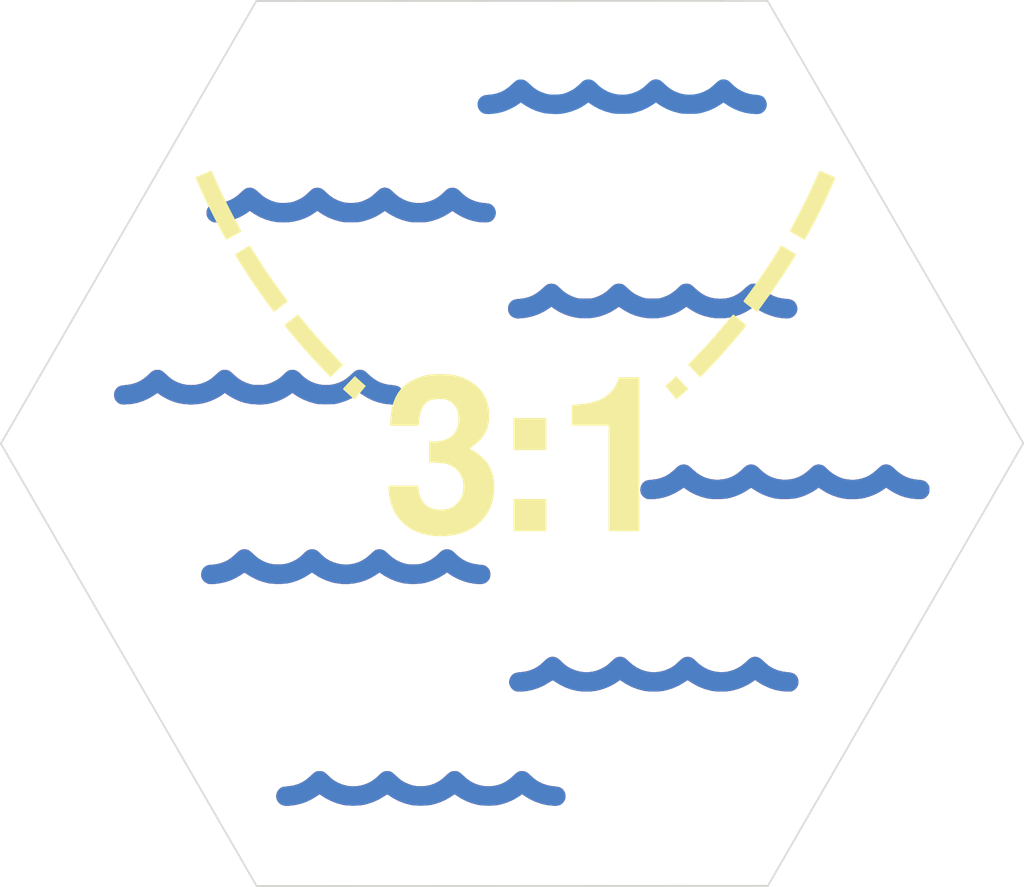
<source format=kicad_pcb>
(kicad_pcb (version 20171130) (host pcbnew 5.1.5+dfsg1-2build2)

  (general
    (thickness 1.6)
    (drawings 7)
    (tracks 0)
    (zones 0)
    (modules 4)
    (nets 1)
  )

  (page A4)
  (layers
    (0 F.Cu signal)
    (31 B.Cu signal)
    (32 B.Adhes user)
    (33 F.Adhes user)
    (34 B.Paste user)
    (35 F.Paste user)
    (36 B.SilkS user)
    (37 F.SilkS user)
    (38 B.Mask user)
    (39 F.Mask user)
    (40 Dwgs.User user)
    (41 Cmts.User user)
    (42 Eco1.User user)
    (43 Eco2.User user)
    (44 Edge.Cuts user)
    (45 Margin user)
    (46 B.CrtYd user)
    (47 F.CrtYd user)
    (48 B.Fab user)
    (49 F.Fab user)
  )

  (setup
    (last_trace_width 0.25)
    (trace_clearance 0.2)
    (zone_clearance 0.508)
    (zone_45_only no)
    (trace_min 0.2)
    (via_size 0.6)
    (via_drill 0.4)
    (via_min_size 0.4)
    (via_min_drill 0.3)
    (uvia_size 0.3)
    (uvia_drill 0.1)
    (uvias_allowed no)
    (uvia_min_size 0.2)
    (uvia_min_drill 0.1)
    (edge_width 0.15)
    (segment_width 0.2)
    (pcb_text_width 0.3)
    (pcb_text_size 1.5 1.5)
    (mod_edge_width 0.15)
    (mod_text_size 1 1)
    (mod_text_width 0.15)
    (pad_size 1.524 1.524)
    (pad_drill 0.762)
    (pad_to_mask_clearance 0.2)
    (aux_axis_origin 0 0)
    (visible_elements FFFFFF7F)
    (pcbplotparams
      (layerselection 0x010f0_ffffffff)
      (usegerberextensions false)
      (usegerberattributes false)
      (usegerberadvancedattributes false)
      (creategerberjobfile false)
      (excludeedgelayer true)
      (linewidth 0.100000)
      (plotframeref false)
      (viasonmask false)
      (mode 1)
      (useauxorigin false)
      (hpglpennumber 1)
      (hpglpenspeed 20)
      (hpglpendiameter 15.000000)
      (psnegative false)
      (psa4output false)
      (plotreference true)
      (plotvalue true)
      (plotinvisibletext false)
      (padsonsilk false)
      (subtractmaskfromsilk false)
      (outputformat 1)
      (mirror false)
      (drillshape 0)
      (scaleselection 1)
      (outputdirectory "gerbers/"))
  )

  (net 0 "")

  (net_class Default "This is the default net class."
    (clearance 0.2)
    (trace_width 0.25)
    (via_dia 0.6)
    (via_drill 0.4)
    (uvia_dia 0.3)
    (uvia_drill 0.1)
  )

  (module LOGO (layer F.Cu) (tedit 0) (tstamp 0)
    (at 0 0)
    (fp_text reference G*** (at 0 0) (layer F.SilkS) hide
      (effects (font (size 1.524 1.524) (thickness 0.3)))
    )
    (fp_text value LOGO (at 0.75 0) (layer F.SilkS) hide
      (effects (font (size 1.524 1.524) (thickness 0.3)))
    )
    (fp_poly (pts (xy 0.63417 19.203728) (xy 0.75421 19.226183) (xy 0.862424 19.27366) (xy 0.968499 19.351473)
      (xy 1.05281 19.433284) (xy 1.275535 19.638507) (xy 1.519688 19.807504) (xy 1.783436 19.939421)
      (xy 2.064947 20.033402) (xy 2.362389 20.088592) (xy 2.480273 20.099286) (xy 2.63506 20.11521)
      (xy 2.756937 20.142473) (xy 2.854566 20.184416) (xy 2.936609 20.244386) (xy 2.985396 20.294291)
      (xy 3.070753 20.420613) (xy 3.118581 20.558315) (xy 3.129053 20.700571) (xy 3.102345 20.840553)
      (xy 3.038631 20.971435) (xy 2.965798 21.060385) (xy 2.884051 21.132067) (xy 2.799828 21.181795)
      (xy 2.704065 21.212189) (xy 2.5877 21.225865) (xy 2.441668 21.225441) (xy 2.400932 21.223518)
      (xy 2.04399 21.18385) (xy 1.693804 21.104427) (xy 1.355476 20.986966) (xy 1.034109 20.833184)
      (xy 0.784538 20.679622) (xy 0.594088 20.54918) (xy 0.398714 20.679864) (xy 0.088497 20.864501)
      (xy -0.236121 21.012091) (xy -0.580882 21.125046) (xy -0.769456 21.170774) (xy -0.927245 21.196329)
      (xy -1.113872 21.212885) (xy -1.316942 21.22044) (xy -1.524063 21.218988) (xy -1.722842 21.208528)
      (xy -1.900886 21.189054) (xy -2.001618 21.171133) (xy -2.340254 21.082071) (xy -2.652942 20.965508)
      (xy -2.948818 20.817632) (xy -3.15821 20.68854) (xy -3.3655 20.550542) (xy -3.57279 20.68854)
      (xy -3.870905 20.866342) (xy -4.178667 21.007781) (xy -4.504964 21.116579) (xy -4.720166 21.16921)
      (xy -4.86996 21.193589) (xy -5.048204 21.210289) (xy -5.242795 21.219197) (xy -5.441629 21.220197)
      (xy -5.632602 21.213176) (xy -5.803612 21.19802) (xy -5.915315 21.180485) (xy -6.278 21.086934)
      (xy -6.626238 20.954356) (xy -6.961695 20.782006) (xy -7.286039 20.569139) (xy -7.289939 20.566286)
      (xy -7.32063 20.56893) (xy -7.381044 20.598222) (xy -7.468955 20.653036) (xy -7.490655 20.667654)
      (xy -7.804746 20.856035) (xy -8.141342 21.009177) (xy -8.498021 21.126056) (xy -8.678333 21.169552)
      (xy -8.842471 21.196065) (xy -9.034683 21.213107) (xy -9.242493 21.220667) (xy -9.453422 21.218736)
      (xy -9.654993 21.207302) (xy -9.834728 21.186354) (xy -9.920571 21.170599) (xy -10.284237 21.071296)
      (xy -10.62832 20.934507) (xy -10.953236 20.760057) (xy -11.062274 20.690223) (xy -11.143156 20.636418)
      (xy -11.209958 20.592497) (xy -11.255575 20.563096) (xy -11.272847 20.552834) (xy -11.291362 20.563858)
      (xy -11.337767 20.593785) (xy -11.404822 20.637896) (xy -11.47626 20.685431) (xy -11.746032 20.848342)
      (xy -12.024154 20.983536) (xy -12.140932 21.030546) (xy -12.311605 21.087755) (xy -12.494177 21.136579)
      (xy -12.681286 21.17605) (xy -12.865569 21.205199) (xy -13.039663 21.223057) (xy -13.196205 21.228655)
      (xy -13.327833 21.221025) (xy -13.42596 21.199638) (xy -13.56865 21.12909) (xy -13.679543 21.030597)
      (xy -13.758621 20.904176) (xy -13.800295 20.777107) (xy -13.810655 20.644778) (xy -13.786797 20.513024)
      (xy -13.733527 20.38916) (xy -13.65565 20.280498) (xy -13.557972 20.194353) (xy -13.4453 20.138036)
      (xy -13.369293 20.121223) (xy -13.311323 20.114801) (xy -13.224658 20.10551) (xy -13.122718 20.094778)
      (xy -13.051977 20.087433) (xy -12.780015 20.043572) (xy -12.528694 19.968855) (xy -12.292526 19.860629)
      (xy -12.066023 19.716241) (xy -11.843699 19.533041) (xy -11.77925 19.472299) (xy -11.677562 19.375969)
      (xy -11.59649 19.306352) (xy -11.527798 19.259186) (xy -11.46325 19.230206) (xy -11.394608 19.21515)
      (xy -11.313637 19.209754) (xy -11.27125 19.209341) (xy -11.185802 19.211468) (xy -11.115556 19.220583)
      (xy -11.052702 19.240793) (xy -10.989431 19.276202) (xy -10.917932 19.330918) (xy -10.830395 19.409044)
      (xy -10.753876 19.481311) (xy -10.66586 19.562617) (xy -10.576266 19.640711) (xy -10.495649 19.706657)
      (xy -10.435166 19.751124) (xy -10.177215 19.897043) (xy -9.90752 20.004123) (xy -9.629698 20.071846)
      (xy -9.347366 20.099695) (xy -9.064141 20.087154) (xy -8.78364 20.033705) (xy -8.677914 20.002363)
      (xy -8.463175 19.921203) (xy -8.269511 19.822898) (xy -8.086301 19.70089) (xy -7.902925 19.548618)
      (xy -7.82484 19.475544) (xy -7.720812 19.378127) (xy -7.636927 19.307699) (xy -7.56525 19.259565)
      (xy -7.497848 19.229033) (xy -7.426787 19.211406) (xy -7.365497 19.203758) (xy -7.266105 19.200755)
      (xy -7.177637 19.213679) (xy -7.092428 19.246209) (xy -7.002815 19.302027) (xy -6.901134 19.384811)
      (xy -6.806989 19.471931) (xy -6.686347 19.58484) (xy -6.583901 19.673325) (xy -6.489627 19.744519)
      (xy -6.3935 19.805555) (xy -6.285495 19.863563) (xy -6.195022 19.90733) (xy -5.989949 19.993061)
      (xy -5.794608 20.050553) (xy -5.593495 20.08322) (xy -5.371107 20.094475) (xy -5.344583 20.094553)
      (xy -5.053429 20.07659) (xy -4.781079 20.022557) (xy -4.524544 19.931191) (xy -4.280836 19.801231)
      (xy -4.046965 19.631415) (xy -3.871939 19.472931) (xy -3.76565 19.372356) (xy -3.677529 19.300113)
      (xy -3.599348 19.251439) (xy -3.52288 19.221572) (xy -3.439895 19.205748) (xy -3.404626 19.202402)
      (xy -3.302211 19.201018) (xy -3.211967 19.21627) (xy -3.125693 19.252098) (xy -3.035188 19.312441)
      (xy -2.932249 19.401239) (xy -2.87366 19.457435) (xy -2.64287 19.661465) (xy -2.406553 19.824553)
      (xy -2.161625 19.948019) (xy -1.905002 20.033184) (xy -1.633601 20.081368) (xy -1.386416 20.094235)
      (xy -1.101902 20.077176) (xy -0.835419 20.025017) (xy -0.583544 19.936287) (xy -0.342851 19.809517)
      (xy -0.109917 19.643236) (xy 0.097532 19.456999) (xy 0.211101 19.351378) (xy 0.308742 19.276766)
      (xy 0.398572 19.22933) (xy 0.488711 19.205239) (xy 0.587278 19.200661) (xy 0.63417 19.203728)) (layer B.Cu) (width 0.01))
    (fp_poly (pts (xy 6.426558 12.515944) (xy 6.513638 12.538224) (xy 6.598467 12.580764) (xy 6.689438 12.64799)
      (xy 6.794945 12.744325) (xy 6.81885 12.767791) (xy 7.051009 12.97086) (xy 7.297928 13.136282)
      (xy 7.556814 13.263564) (xy 7.824873 13.352212) (xy 8.099311 13.401731) (xy 8.377334 13.411628)
      (xy 8.656151 13.381409) (xy 8.932966 13.310579) (xy 9.204988 13.198644) (xy 9.218084 13.192125)
      (xy 9.328741 13.133682) (xy 9.424645 13.075268) (xy 9.515849 13.009469) (xy 9.612404 12.928874)
      (xy 9.724363 12.826069) (xy 9.758337 12.793733) (xy 9.863439 12.695587) (xy 9.947841 12.624138)
      (xy 10.019438 12.574874) (xy 10.08613 12.54328) (xy 10.155814 12.524841) (xy 10.236387 12.515044)
      (xy 10.247348 12.514221) (xy 10.374126 12.517689) (xy 10.489304 12.549816) (xy 10.600676 12.614172)
      (xy 10.716038 12.714329) (xy 10.742084 12.740852) (xy 10.96727 12.946662) (xy 11.213204 13.117522)
      (xy 11.476542 13.251441) (xy 11.753944 13.346426) (xy 11.760797 13.348224) (xy 11.970398 13.3883)
      (xy 12.196648 13.406251) (xy 12.423963 13.401886) (xy 12.636757 13.375013) (xy 12.706498 13.359868)
      (xy 12.970516 13.279129) (xy 13.210875 13.170843) (xy 13.435351 13.030612) (xy 13.651721 12.85404)
      (xy 13.726584 12.783224) (xy 13.840296 12.677341) (xy 13.936804 12.601392) (xy 14.023937 12.551171)
      (xy 14.109524 12.522476) (xy 14.201394 12.5111) (xy 14.234584 12.51043) (xy 14.329331 12.516929)
      (xy 14.415507 12.539214) (xy 14.500941 12.581467) (xy 14.593461 12.64787) (xy 14.700897 12.742605)
      (xy 14.741286 12.781116) (xy 14.830146 12.863708) (xy 14.9238 12.94525) (xy 15.010126 13.015465)
      (xy 15.068087 13.05816) (xy 15.310677 13.197803) (xy 15.576213 13.304449) (xy 15.858903 13.376184)
      (xy 16.132773 13.409929) (xy 16.305396 13.430011) (xy 16.443454 13.467636) (xy 16.551664 13.524568)
      (xy 16.628793 13.595373) (xy 16.713827 13.725746) (xy 16.760704 13.865369) (xy 16.770634 14.007928)
      (xy 16.744828 14.14711) (xy 16.684496 14.276599) (xy 16.59085 14.390081) (xy 16.465101 14.481244)
      (xy 16.458203 14.48499) (xy 16.417953 14.504189) (xy 16.375978 14.517053) (xy 16.323034 14.524693)
      (xy 16.249877 14.528222) (xy 16.147262 14.528749) (xy 16.09725 14.528381) (xy 15.77166 14.506763)
      (xy 15.452252 14.447227) (xy 15.134604 14.348622) (xy 14.814291 14.209799) (xy 14.753167 14.178988)
      (xy 14.644603 14.120542) (xy 14.534822 14.057127) (xy 14.43746 13.996853) (xy 14.372654 13.952682)
      (xy 14.235557 13.851741) (xy 14.082655 13.961443) (xy 13.825654 14.123875) (xy 13.53871 14.265586)
      (xy 13.230679 14.382784) (xy 12.91042 14.471678) (xy 12.869334 14.480747) (xy 12.702898 14.507636)
      (xy 12.508925 14.524686) (xy 12.300138 14.531881) (xy 12.089258 14.529202) (xy 11.889009 14.516632)
      (xy 11.712112 14.494155) (xy 11.650882 14.482416) (xy 11.286653 14.384636) (xy 10.946943 14.253338)
      (xy 10.628974 14.087363) (xy 10.482183 13.994315) (xy 10.403572 13.941907) (xy 10.338825 13.899589)
      (xy 10.29538 13.872169) (xy 10.280775 13.864167) (xy 10.261158 13.875226) (xy 10.213662 13.905304)
      (xy 10.145508 13.94975) (xy 10.067441 14.001556) (xy 9.752673 14.186664) (xy 9.416999 14.335493)
      (xy 9.062986 14.446998) (xy 8.868834 14.490598) (xy 8.713879 14.512797) (xy 8.530685 14.526321)
      (xy 8.331869 14.531267) (xy 8.130048 14.527733) (xy 7.937838 14.515814) (xy 7.767856 14.495609)
      (xy 7.690956 14.481544) (xy 7.33055 14.385121) (xy 6.992071 14.253635) (xy 6.671297 14.085316)
      (xy 6.525517 13.993024) (xy 6.446643 13.940917) (xy 6.381214 13.898913) (xy 6.336867 13.871841)
      (xy 6.321556 13.864167) (xy 6.300532 13.87572) (xy 6.253484 13.906721) (xy 6.188597 13.951682)
      (xy 6.14944 13.979535) (xy 5.945374 14.109267) (xy 5.711551 14.229493) (xy 5.460321 14.33511)
      (xy 5.20403 14.421013) (xy 4.955028 14.482097) (xy 4.916145 14.489323) (xy 4.548963 14.533532)
      (xy 4.186337 14.535772) (xy 3.829075 14.496238) (xy 3.477986 14.415128) (xy 3.133877 14.292639)
      (xy 2.797556 14.128968) (xy 2.469833 13.924312) (xy 2.402967 13.876718) (xy 2.373293 13.877964)
      (xy 2.314819 13.905049) (xy 2.22616 13.958672) (xy 2.178952 13.989701) (xy 1.862159 14.177663)
      (xy 1.532472 14.327021) (xy 1.192774 14.436815) (xy 0.845947 14.506082) (xy 0.551437 14.532236)
      (xy 0.424035 14.535046) (xy 0.328298 14.531735) (xy 0.253904 14.521597) (xy 0.204048 14.508496)
      (xy 0.086684 14.449746) (xy -0.01572 14.358566) (xy -0.09678 14.243982) (xy -0.150112 14.11502)
      (xy -0.169333 13.980706) (xy -0.169333 13.980584) (xy -0.152095 13.85613) (xy -0.105276 13.729585)
      (xy -0.036215 13.619568) (xy -0.019264 13.599971) (xy 0.06186 13.526376) (xy 0.154329 13.473423)
      (xy 0.266947 13.437742) (xy 0.408517 13.415965) (xy 0.47625 13.410321) (xy 0.716205 13.383912)
      (xy 0.932579 13.337566) (xy 1.140715 13.267985) (xy 1.143 13.267085) (xy 1.320991 13.188065)
      (xy 1.483606 13.09571) (xy 1.640519 12.983369) (xy 1.801405 12.844389) (xy 1.908678 12.740641)
      (xy 2.018073 12.639843) (xy 2.115831 12.571174) (xy 2.211261 12.529977) (xy 2.313674 12.511593)
      (xy 2.370667 12.5095) (xy 2.465043 12.515446) (xy 2.550114 12.536059) (xy 2.633728 12.575502)
      (xy 2.723737 12.637937) (xy 2.827988 12.727527) (xy 2.887857 12.783756) (xy 3.006135 12.894568)
      (xy 3.105741 12.981078) (xy 3.196335 13.050438) (xy 3.287581 13.109801) (xy 3.38914 13.166317)
      (xy 3.439584 13.192125) (xy 3.687348 13.296202) (xy 3.947631 13.367941) (xy 4.211166 13.405614)
      (xy 4.468686 13.407494) (xy 4.553304 13.399663) (xy 4.726586 13.374394) (xy 4.875413 13.341079)
      (xy 5.017562 13.294584) (xy 5.17081 13.22978) (xy 5.217584 13.207914) (xy 5.341735 13.146314)
      (xy 5.446145 13.087178) (xy 5.540984 13.023213) (xy 5.636419 12.947127) (xy 5.742619 12.851627)
      (xy 5.827942 12.77016) (xy 5.940751 12.666604) (xy 6.037126 12.593093) (xy 6.125359 12.545313)
      (xy 6.213743 12.518949) (xy 6.310569 12.509685) (xy 6.328833 12.5095) (xy 6.426558 12.515944)) (layer B.Cu) (width 0.01))
    (fp_poly (pts (xy -15.533893 6.224295) (xy -15.497025 6.234646) (xy -15.444883 6.253724) (xy -15.393216 6.281995)
      (xy -15.334567 6.324894) (xy -15.261476 6.387854) (xy -15.170213 6.472771) (xy -15.031467 6.599782)
      (xy -14.90796 6.701214) (xy -14.788777 6.784773) (xy -14.663004 6.858169) (xy -14.532367 6.923212)
      (xy -14.342672 7.001669) (xy -14.156778 7.055152) (xy -13.961245 7.086479) (xy -13.742634 7.098466)
      (xy -13.694833 7.098791) (xy -13.474241 7.090756) (xy -13.279003 7.064599) (xy -13.094902 7.017237)
      (xy -12.907722 6.945588) (xy -12.835082 6.912421) (xy -12.716355 6.853851) (xy -12.616212 6.797886)
      (xy -12.525003 6.737648) (xy -12.433078 6.666254) (xy -12.330789 6.576826) (xy -12.221778 6.475127)
      (xy -12.127351 6.387228) (xy -12.054678 6.324645) (xy -11.996379 6.281986) (xy -11.945072 6.253857)
      (xy -11.893374 6.234864) (xy -11.892641 6.234646) (xy -11.780124 6.208466) (xy -11.681347 6.205093)
      (xy -11.574874 6.224545) (xy -11.537796 6.234961) (xy -11.485808 6.2538) (xy -11.435069 6.281245)
      (xy -11.378081 6.322788) (xy -11.307343 6.383921) (xy -11.215353 6.470138) (xy -11.211163 6.47415)
      (xy -11.123435 6.556214) (xy -11.036878 6.633716) (xy -10.960639 6.698681) (xy -10.903865 6.743138)
      (xy -10.897115 6.747872) (xy -10.66424 6.883779) (xy -10.411092 6.989304) (xy -10.145789 7.06245)
      (xy -9.87645 7.101223) (xy -9.611193 7.103625) (xy -9.495858 7.09238) (xy -9.219944 7.038653)
      (xy -8.963539 6.95231) (xy -8.721781 6.830915) (xy -8.489805 6.672029) (xy -8.265583 6.475966)
      (xy -8.163451 6.379335) (xy -8.081915 6.309558) (xy -8.012881 6.262358) (xy -7.948255 6.233459)
      (xy -7.879944 6.218585) (xy -7.799854 6.213461) (xy -7.768166 6.21318) (xy -7.672005 6.217084)
      (xy -7.591068 6.231874) (xy -7.516705 6.262009) (xy -7.44027 6.311951) (xy -7.353115 6.386159)
      (xy -7.260973 6.474791) (xy -7.02776 6.678996) (xy -6.778778 6.844238) (xy -6.512313 6.971487)
      (xy -6.226651 7.061712) (xy -6.220973 7.063087) (xy -6.088522 7.085591) (xy -5.929405 7.098042)
      (xy -5.757398 7.100601) (xy -5.586279 7.093427) (xy -5.429823 7.076679) (xy -5.30912 7.052534)
      (xy -5.043877 6.965599) (xy -4.80505 6.853184) (xy -4.583539 6.71007) (xy -4.370238 6.531033)
      (xy -4.325636 6.488382) (xy -4.219601 6.387767) (xy -4.133545 6.314727) (xy -4.059519 6.265022)
      (xy -3.989573 6.234413) (xy -3.915758 6.21866) (xy -3.830126 6.213524) (xy -3.81 6.213398)
      (xy -3.717435 6.217196) (xy -3.639027 6.231498) (xy -3.566483 6.260667) (xy -3.491513 6.309066)
      (xy -3.405824 6.381059) (xy -3.301126 6.481007) (xy -3.300773 6.481356) (xy -3.07963 6.676554)
      (xy -2.84921 6.833206) (xy -2.604657 6.953496) (xy -2.341116 7.039605) (xy -2.053728 7.093715)
      (xy -1.903443 7.109153) (xy -1.768761 7.122421) (xy -1.666381 7.14053) (xy -1.586293 7.166926)
      (xy -1.518488 7.205057) (xy -1.452956 7.258371) (xy -1.44277 7.267828) (xy -1.362516 7.357413)
      (xy -1.312138 7.452223) (xy -1.286802 7.564383) (xy -1.281316 7.672917) (xy -1.290207 7.806716)
      (xy -1.320194 7.913882) (xy -1.376249 8.006922) (xy -1.44277 8.079178) (xy -1.536517 8.153366)
      (xy -1.639786 8.201393) (xy -1.76298 8.226833) (xy -1.8917 8.233369) (xy -2.199501 8.214963)
      (xy -2.515407 8.159955) (xy -2.831419 8.070889) (xy -3.139537 7.950314) (xy -3.431762 7.800776)
      (xy -3.616964 7.684087) (xy -3.805797 7.554752) (xy -3.979263 7.672869) (xy -4.282653 7.855363)
      (xy -4.60939 8.007192) (xy -4.949836 8.124226) (xy -5.150095 8.174604) (xy -5.298575 8.198987)
      (xy -5.475973 8.215527) (xy -5.670849 8.224212) (xy -5.871763 8.225033) (xy -6.067273 8.217979)
      (xy -6.24594 8.203041) (xy -6.396323 8.180207) (xy -6.417368 8.175738) (xy -6.775972 8.076739)
      (xy -7.111254 7.944293) (xy -7.428479 7.776173) (xy -7.559359 7.693217) (xy -7.765131 7.556229)
      (xy -7.966503 7.692759) (xy -8.273516 7.875705) (xy -8.598553 8.021784) (xy -8.937662 8.130308)
      (xy -9.286889 8.200592) (xy -9.642283 8.23195) (xy -9.99989 8.223696) (xy -10.355759 8.175145)
      (xy -10.526137 8.136986) (xy -10.801064 8.052579) (xy -11.074139 7.941002) (xy -11.332817 7.808126)
      (xy -11.564548 7.659821) (xy -11.597287 7.635801) (xy -11.671735 7.585527) (xy -11.720242 7.565919)
      (xy -11.739019 7.569239) (xy -11.984481 7.731809) (xy -12.213285 7.865308) (xy -12.434876 7.973993)
      (xy -12.658699 8.062121) (xy -12.8942 8.133949) (xy -13.102166 8.183566) (xy -13.222783 8.202414)
      (xy -13.374389 8.215544) (xy -13.546029 8.222949) (xy -13.726745 8.224619) (xy -13.905582 8.220547)
      (xy -14.071582 8.210724) (xy -14.21379 8.195141) (xy -14.276149 8.184467) (xy -14.639989 8.0907)
      (xy -14.983037 7.960441) (xy -15.307331 7.792849) (xy -15.465393 7.693242) (xy -15.557813 7.633969)
      (xy -15.630986 7.592442) (xy -15.679596 7.571474) (xy -15.696647 7.570863) (xy -15.894755 7.708757)
      (xy -16.117994 7.840884) (xy -16.349333 7.957663) (xy -16.497574 8.021435) (xy -16.657681 8.077936)
      (xy -16.832557 8.127353) (xy -17.014979 8.16869) (xy -17.197723 8.200949) (xy -17.373569 8.223135)
      (xy -17.535293 8.234252) (xy -17.675672 8.233303) (xy -17.787484 8.219292) (xy -17.833907 8.205765)
      (xy -17.97461 8.131459) (xy -18.085122 8.02948) (xy -18.116837 7.986539) (xy -18.166077 7.899121)
      (xy -18.193593 7.811867) (xy -18.20243 7.710476) (xy -18.197806 7.605939) (xy -18.166637 7.463334)
      (xy -18.100469 7.339472) (xy -18.004046 7.238513) (xy -17.882111 7.164622) (xy -17.73941 7.12196)
      (xy -17.635888 7.112929) (xy -17.490079 7.103895) (xy -17.325165 7.080996) (xy -17.160829 7.047322)
      (xy -17.078067 7.025398) (xy -16.875633 6.955577) (xy -16.688909 6.866807) (xy -16.50928 6.753823)
      (xy -16.328133 6.611357) (xy -16.180646 6.476768) (xy -16.087493 6.388987) (xy -16.015987 6.326532)
      (xy -15.958709 6.283946) (xy -15.908243 6.255775) (xy -15.857172 6.236563) (xy -15.85187 6.234961)
      (xy -15.738823 6.208581) (xy -15.639977 6.205032) (xy -15.533893 6.224295)) (layer B.Cu) (width 0.01))
    (fp_poly (pts (xy 14.103368 1.247515) (xy 14.195863 1.272767) (xy 14.287151 1.320012) (xy 14.385148 1.39347)
      (xy 14.497771 1.497362) (xy 14.513379 1.512805) (xy 14.739702 1.713455) (xy 14.975828 1.873571)
      (xy 15.224431 1.994351) (xy 15.488184 2.076989) (xy 15.769761 2.122681) (xy 15.896167 2.131234)
      (xy 16.189295 2.124568) (xy 16.467168 2.079204) (xy 16.731269 1.994553) (xy 16.983081 1.87003)
      (xy 17.224085 1.705046) (xy 17.43075 1.52365) (xy 17.544251 1.417679) (xy 17.639224 1.340808)
      (xy 17.723314 1.288861) (xy 17.804164 1.257665) (xy 17.889419 1.243044) (xy 17.949334 1.240461)
      (xy 18.077773 1.251128) (xy 18.190628 1.288136) (xy 18.297491 1.356084) (xy 18.407957 1.459571)
      (xy 18.409242 1.460939) (xy 18.606386 1.644839) (xy 18.829632 1.807025) (xy 19.069334 1.941645)
      (xy 19.315844 2.042847) (xy 19.420417 2.074335) (xy 19.593766 2.109058) (xy 19.789325 2.129161)
      (xy 19.99026 2.133995) (xy 20.179737 2.12291) (xy 20.284576 2.107664) (xy 20.526693 2.049307)
      (xy 20.748123 1.967827) (xy 20.956784 1.859006) (xy 21.160598 1.718625) (xy 21.367485 1.542464)
      (xy 21.396394 1.515417) (xy 21.504888 1.415515) (xy 21.592447 1.342735) (xy 21.666712 1.292964)
      (xy 21.735325 1.262092) (xy 21.805929 1.246005) (xy 21.886165 1.240594) (xy 21.9075 1.240427)
      (xy 21.998512 1.244741) (xy 22.076723 1.260628) (xy 22.150693 1.292505) (xy 22.228981 1.344789)
      (xy 22.320147 1.421898) (xy 22.395332 1.49217) (xy 22.617387 1.687095) (xy 22.837849 1.843296)
      (xy 23.06296 1.963653) (xy 23.298961 2.051044) (xy 23.552096 2.108348) (xy 23.791334 2.135985)
      (xy 23.955443 2.153604) (xy 24.085262 2.182481) (xy 24.188149 2.226313) (xy 24.271466 2.288795)
      (xy 24.342573 2.373622) (xy 24.379124 2.431106) (xy 24.409501 2.488824) (xy 24.427041 2.543291)
      (xy 24.43507 2.60991) (xy 24.436917 2.69875) (xy 24.428746 2.83183) (xy 24.400843 2.938043)
      (xy 24.348127 3.030238) (xy 24.272442 3.114603) (xy 24.208318 3.17083) (xy 24.144067 3.21122)
      (xy 24.071537 3.237744) (xy 23.982578 3.252375) (xy 23.869039 3.257085) (xy 23.722769 3.253848)
      (xy 23.700819 3.252941) (xy 23.345062 3.217695) (xy 23.002846 3.14274) (xy 22.672692 3.027581)
      (xy 22.353121 2.871724) (xy 22.10858 2.720452) (xy 21.907542 2.584149) (xy 21.752639 2.695287)
      (xy 21.511913 2.847996) (xy 21.241814 2.983824) (xy 20.953601 3.097779) (xy 20.65853 3.184865)
      (xy 20.637798 3.189853) (xy 20.464194 3.221874) (xy 20.262377 3.244167) (xy 20.045432 3.256308)
      (xy 19.826446 3.257873) (xy 19.618502 3.24844) (xy 19.440894 3.228564) (xy 19.102568 3.155361)
      (xy 18.768184 3.042881) (xy 18.445107 2.894039) (xy 18.146891 2.715933) (xy 17.944396 2.579593)
      (xy 17.89924 2.621037) (xy 17.814974 2.687578) (xy 17.699797 2.763178) (xy 17.56277 2.842949)
      (xy 17.412951 2.922006) (xy 17.259402 2.995461) (xy 17.111182 3.058428) (xy 17.036637 3.086317)
      (xy 16.869739 3.141769) (xy 16.717736 3.18366) (xy 16.569836 3.213655) (xy 16.415244 3.233416)
      (xy 16.243167 3.244607) (xy 16.042813 3.248894) (xy 15.980834 3.249084) (xy 15.811722 3.248126)
      (xy 15.676825 3.244915) (xy 15.568059 3.238948) (xy 15.477342 3.229717) (xy 15.396589 3.216719)
      (xy 15.367 3.210722) (xy 15.053393 3.127031) (xy 14.743475 3.012131) (xy 14.448907 2.870989)
      (xy 14.181347 2.708568) (xy 14.171084 2.701499) (xy 14.092013 2.647769) (xy 14.039114 2.615676)
      (xy 14.004348 2.601917) (xy 13.979681 2.603188) (xy 13.959417 2.614492) (xy 13.672707 2.803147)
      (xy 13.391324 2.955127) (xy 13.108081 3.074198) (xy 13.031137 3.100933) (xy 12.879107 3.149518)
      (xy 12.746371 3.186423) (xy 12.622562 3.213173) (xy 12.497311 3.23129) (xy 12.360251 3.242298)
      (xy 12.201013 3.24772) (xy 12.022667 3.249084) (xy 11.866313 3.248502) (xy 11.743318 3.246306)
      (xy 11.644715 3.241823) (xy 11.56154 3.234376) (xy 11.484828 3.223292) (xy 11.405614 3.207895)
      (xy 11.36903 3.199888) (xy 11.047041 3.111092) (xy 10.738023 2.993001) (xy 10.450582 2.849355)
      (xy 10.21139 2.696982) (xy 10.054715 2.584573) (xy 9.854792 2.718239) (xy 9.547276 2.900914)
      (xy 9.226425 3.047704) (xy 8.896739 3.157178) (xy 8.562718 3.227909) (xy 8.228862 3.258469)
      (xy 8.149481 3.259667) (xy 8.044536 3.258729) (xy 7.970055 3.254549) (xy 7.914181 3.245074)
      (xy 7.865061 3.228251) (xy 7.810841 3.202029) (xy 7.808012 3.200554) (xy 7.700162 3.125966)
      (xy 7.610426 3.028732) (xy 7.549001 2.920756) (xy 7.536299 2.883424) (xy 7.513765 2.733164)
      (xy 7.527139 2.585167) (xy 7.574136 2.448025) (xy 7.652473 2.33033) (xy 7.694482 2.28849)
      (xy 7.762677 2.235054) (xy 7.832951 2.196316) (xy 7.915124 2.16911) (xy 8.019019 2.150271)
      (xy 8.154456 2.136636) (xy 8.169321 2.135496) (xy 8.464879 2.096796) (xy 8.735899 2.025725)
      (xy 8.987259 1.920053) (xy 9.223836 1.777551) (xy 9.450509 1.595991) (xy 9.544399 1.507089)
      (xy 9.655304 1.402863) (xy 9.749869 1.328598) (xy 9.836498 1.27991) (xy 9.923597 1.252411)
      (xy 10.019573 1.241718) (xy 10.054167 1.241129) (xy 10.142726 1.246364) (xy 10.222491 1.264659)
      (xy 10.300779 1.300049) (xy 10.384911 1.356572) (xy 10.482207 1.438268) (xy 10.583334 1.533034)
      (xy 10.817 1.733207) (xy 11.061548 1.892573) (xy 11.317757 2.011436) (xy 11.586407 2.0901)
      (xy 11.868278 2.128868) (xy 12.117917 2.130724) (xy 12.403469 2.100117) (xy 12.668071 2.035735)
      (xy 12.915742 1.935737) (xy 13.150502 1.798285) (xy 13.376368 1.62154) (xy 13.512749 1.492381)
      (xy 13.627348 1.385477) (xy 13.729793 1.311245) (xy 13.828484 1.26535) (xy 13.931822 1.243457)
      (xy 14.00175 1.240036) (xy 14.103368 1.247515)) (layer B.Cu) (width 0.01))
    (fp_poly (pts (xy -8.813906 -4.30365) (xy -8.742536 -4.284498) (xy -8.688643 -4.26498) (xy -8.63652 -4.236717)
      (xy -8.578248 -4.193985) (xy -8.50591 -4.131063) (xy -8.424811 -4.054909) (xy -8.202853 -3.860212)
      (xy -7.982038 -3.704176) (xy -7.755871 -3.583821) (xy -7.517853 -3.49617) (xy -7.261488 -3.438244)
      (xy -7.016974 -3.4096) (xy -6.864821 -3.393436) (xy -6.746053 -3.368355) (xy -6.652088 -3.331023)
      (xy -6.574347 -3.278109) (xy -6.509518 -3.212494) (xy -6.427969 -3.087012) (xy -6.383196 -2.949359)
      (xy -6.374749 -2.806936) (xy -6.40218 -2.667146) (xy -6.465042 -2.537392) (xy -6.556883 -2.430423)
      (xy -6.630585 -2.371035) (xy -6.704851 -2.329461) (xy -6.788729 -2.303416) (xy -6.89127 -2.290617)
      (xy -7.02152 -2.28878) (xy -7.107101 -2.291565) (xy -7.464208 -2.327861) (xy -7.812154 -2.405339)
      (xy -8.149761 -2.523609) (xy -8.475854 -2.682278) (xy -8.705096 -2.822818) (xy -8.911775 -2.961134)
      (xy -9.112529 -2.825022) (xy -9.418836 -2.642541) (xy -9.749663 -2.493955) (xy -10.105746 -2.378955)
      (xy -10.287507 -2.335239) (xy -10.367352 -2.320387) (xy -10.453875 -2.309635) (xy -10.555363 -2.302452)
      (xy -10.680103 -2.298306) (xy -10.836382 -2.296666) (xy -10.89025 -2.296583) (xy -11.045274 -2.297208)
      (xy -11.167192 -2.299551) (xy -11.265217 -2.304319) (xy -11.348564 -2.312216) (xy -11.426448 -2.323946)
      (xy -11.508082 -2.340216) (xy -11.533304 -2.345778) (xy -11.898702 -2.448327) (xy -12.244512 -2.587708)
      (xy -12.569075 -2.763171) (xy -12.7983 -2.918547) (xy -12.86485 -2.96798) (xy -12.980354 -2.882653)
      (xy -13.199467 -2.73828) (xy -13.446326 -2.605793) (xy -13.706675 -2.491817) (xy -13.966255 -2.402974)
      (xy -14.075833 -2.373726) (xy -14.251839 -2.335062) (xy -14.414029 -2.308825) (xy -14.576173 -2.293749)
      (xy -14.752042 -2.288569) (xy -14.955406 -2.292019) (xy -14.962352 -2.292251) (xy -15.303883 -2.319278)
      (xy -15.623752 -2.377785) (xy -15.928933 -2.470042) (xy -16.2264 -2.598322) (xy -16.523126 -2.764895)
      (xy -16.634161 -2.836713) (xy -16.830408 -2.967981) (xy -16.876579 -2.925583) (xy -16.968954 -2.852732)
      (xy -17.093186 -2.772263) (xy -17.240575 -2.688698) (xy -17.402422 -2.606556) (xy -17.570027 -2.530358)
      (xy -17.734692 -2.464625) (xy -17.822705 -2.433963) (xy -18.144989 -2.349502) (xy -18.482889 -2.300163)
      (xy -18.828382 -2.285945) (xy -19.173446 -2.30685) (xy -19.510057 -2.362881) (xy -19.769666 -2.43358)
      (xy -19.948416 -2.49929) (xy -20.137683 -2.582203) (xy -20.323672 -2.675499) (xy -20.492585 -2.772362)
      (xy -20.602098 -2.844921) (xy -20.76778 -2.963841) (xy -20.960933 -2.834644) (xy -21.275802 -2.645529)
      (xy -21.593915 -2.497841) (xy -21.917973 -2.390676) (xy -22.250676 -2.323131) (xy -22.57425 -2.294939)
      (xy -22.707637 -2.291666) (xy -22.806623 -2.292621) (xy -22.878969 -2.298229) (xy -22.932435 -2.308911)
      (xy -22.952551 -2.315541) (xy -23.080543 -2.384962) (xy -23.18432 -2.484511) (xy -23.258802 -2.606903)
      (xy -23.298913 -2.744853) (xy -23.3045 -2.820419) (xy -23.294583 -2.958504) (xy -23.261911 -3.071216)
      (xy -23.202104 -3.171321) (xy -23.171196 -3.208887) (xy -23.101711 -3.279724) (xy -23.030994 -3.33109)
      (xy -22.949518 -3.366806) (xy -22.847756 -3.390697) (xy -22.716181 -3.406585) (xy -22.669007 -3.410397)
      (xy -22.369252 -3.449) (xy -22.095186 -3.519337) (xy -21.842375 -3.623397) (xy -21.606386 -3.763171)
      (xy -21.382783 -3.940648) (xy -21.288504 -4.02988) (xy -21.178207 -4.134723) (xy -21.085653 -4.210182)
      (xy -21.002962 -4.26057) (xy -20.922252 -4.290203) (xy -20.835645 -4.303393) (xy -20.785666 -4.305186)
      (xy -20.694797 -4.302656) (xy -20.618315 -4.290927) (xy -20.54818 -4.265856) (xy -20.476349 -4.223298)
      (xy -20.394782 -4.159107) (xy -20.295436 -4.069141) (xy -20.256981 -4.032709) (xy -20.149701 -3.935164)
      (xy -20.037339 -3.841194) (xy -19.931726 -3.76034) (xy -19.854526 -3.708085) (xy -19.600946 -3.576253)
      (xy -19.334007 -3.482781) (xy -19.058258 -3.427668) (xy -18.778249 -3.410915) (xy -18.498527 -3.432521)
      (xy -18.223641 -3.492487) (xy -17.958141 -3.590812) (xy -17.737473 -3.708085) (xy -17.647358 -3.769762)
      (xy -17.5402 -3.852858) (xy -17.42783 -3.947831) (xy -17.335019 -4.032709) (xy -17.22796 -4.132188)
      (xy -17.14136 -4.20451) (xy -17.067177 -4.253818) (xy -16.99737 -4.284258) (xy -16.923897 -4.299973)
      (xy -16.838717 -4.305109) (xy -16.806333 -4.305186) (xy -16.708422 -4.297978) (xy -16.620808 -4.274866)
      (xy -16.535372 -4.231455) (xy -16.443994 -4.16335) (xy -16.338554 -4.066154) (xy -16.307336 -4.035074)
      (xy -16.087488 -3.839049) (xy -15.852871 -3.680667) (xy -15.597561 -3.55648) (xy -15.333312 -3.467813)
      (xy -15.256407 -3.448875) (xy -15.180766 -3.435803) (xy -15.095799 -3.427618) (xy -14.990916 -3.42334)
      (xy -14.855527 -3.421989) (xy -14.837833 -3.421977) (xy -14.652265 -3.425693) (xy -14.496132 -3.438625)
      (xy -14.357045 -3.463449) (xy -14.222616 -3.502841) (xy -14.080453 -3.559475) (xy -13.974779 -3.608366)
      (xy -13.856324 -3.667539) (xy -13.757043 -3.723332) (xy -13.66723 -3.782689) (xy -13.577178 -3.852555)
      (xy -13.477182 -3.939874) (xy -13.364423 -4.045043) (xy -13.272233 -4.131131) (xy -13.20185 -4.192367)
      (xy -13.145581 -4.234263) (xy -13.095738 -4.26233) (xy -13.04463 -4.282082) (xy -13.025652 -4.287867)
      (xy -12.873266 -4.3117) (xy -12.725993 -4.294062) (xy -12.586096 -4.235722) (xy -12.455836 -4.137446)
      (xy -12.395628 -4.074268) (xy -12.305131 -3.982205) (xy -12.188459 -3.882062) (xy -12.057987 -3.783254)
      (xy -11.926092 -3.695193) (xy -11.813429 -3.63141) (xy -11.54537 -3.519403) (xy -11.267675 -3.446685)
      (xy -10.984812 -3.413339) (xy -10.701248 -3.419451) (xy -10.42145 -3.465104) (xy -10.149886 -3.550382)
      (xy -10.039529 -3.597957) (xy -9.90133 -3.667089) (xy -9.77925 -3.739316) (xy -9.662589 -3.82222)
      (xy -9.540643 -3.923384) (xy -9.40789 -4.045459) (xy -9.31431 -4.132693) (xy -9.242366 -4.194702)
      (xy -9.184542 -4.236956) (xy -9.133323 -4.264925) (xy -9.081191 -4.28408) (xy -9.079187 -4.284679)
      (xy -8.980329 -4.309432) (xy -8.898762 -4.31576) (xy -8.813906 -4.30365)) (layer B.Cu) (width 0.01))
    (fp_poly (pts (xy 2.320206 -9.355202) (xy 2.42748 -9.345934) (xy 2.524037 -9.315925) (xy 2.618732 -9.260574)
      (xy 2.720421 -9.175278) (xy 2.780542 -9.115984) (xy 3.004554 -8.912059) (xy 3.242862 -8.746443)
      (xy 3.500219 -8.616205) (xy 3.719368 -8.536635) (xy 3.790739 -8.515577) (xy 3.85308 -8.500408)
      (xy 3.915676 -8.490172) (xy 3.987813 -8.483913) (xy 4.078779 -8.480677) (xy 4.197859 -8.479507)
      (xy 4.275667 -8.479398) (xy 4.413432 -8.479859) (xy 4.518156 -8.481878) (xy 4.599127 -8.486413)
      (xy 4.665632 -8.494418) (xy 4.726958 -8.506851) (xy 4.792395 -8.524666) (xy 4.832103 -8.536675)
      (xy 5.090967 -8.632634) (xy 5.326495 -8.755603) (xy 5.547155 -8.910723) (xy 5.755566 -9.097332)
      (xy 5.860292 -9.196728) (xy 5.947445 -9.267481) (xy 6.025772 -9.314099) (xy 6.104021 -9.341095)
      (xy 6.19094 -9.352979) (xy 6.25475 -9.354737) (xy 6.352626 -9.350035) (xy 6.436006 -9.332898)
      (xy 6.513713 -9.298774) (xy 6.594574 -9.243113) (xy 6.687415 -9.161365) (xy 6.752167 -9.098274)
      (xy 6.970814 -8.903079) (xy 7.199383 -8.745532) (xy 7.445491 -8.621008) (xy 7.677397 -8.536675)
      (xy 7.74881 -8.515604) (xy 7.811169 -8.500425) (xy 7.873761 -8.490181) (xy 7.945875 -8.483918)
      (xy 8.036798 -8.480679) (xy 8.155818 -8.479507) (xy 8.233834 -8.479398) (xy 8.371608 -8.479859)
      (xy 8.476339 -8.48188) (xy 8.557314 -8.486416) (xy 8.623818 -8.494422) (xy 8.685138 -8.506853)
      (xy 8.750559 -8.524666) (xy 8.790132 -8.536635) (xy 9.065833 -8.641082) (xy 9.318742 -8.778596)
      (xy 9.553613 -8.952112) (xy 9.728958 -9.115984) (xy 9.837994 -9.219124) (xy 9.935315 -9.289865)
      (xy 10.029778 -9.332811) (xy 10.130237 -9.352562) (xy 10.189294 -9.355202) (xy 10.27907 -9.352652)
      (xy 10.354405 -9.341529) (xy 10.42326 -9.317743) (xy 10.493599 -9.277199) (xy 10.573382 -9.215807)
      (xy 10.670572 -9.129474) (xy 10.722227 -9.081284) (xy 10.94033 -8.892636) (xy 11.154967 -8.742493)
      (xy 11.372284 -8.628134) (xy 11.59843 -8.546837) (xy 11.839553 -8.495879) (xy 12.09675 -8.472736)
      (xy 12.385511 -8.477241) (xy 12.653356 -8.51573) (xy 12.904541 -8.589845) (xy 13.14332 -8.701227)
      (xy 13.373948 -8.851518) (xy 13.600682 -9.042358) (xy 13.619466 -9.060079) (xy 13.734055 -9.165786)
      (xy 13.828205 -9.243528) (xy 13.909243 -9.297296) (xy 13.984496 -9.33108) (xy 14.061292 -9.34887)
      (xy 14.146957 -9.354657) (xy 14.1605 -9.354737) (xy 14.258677 -9.34882) (xy 14.345944 -9.328218)
      (xy 14.430454 -9.288656) (xy 14.520358 -9.225857) (xy 14.623808 -9.135546) (xy 14.679084 -9.082716)
      (xy 14.889621 -8.895162) (xy 15.099719 -8.745844) (xy 15.316776 -8.631393) (xy 15.548188 -8.548442)
      (xy 15.801353 -8.493625) (xy 16.031165 -8.467244) (xy 16.195533 -8.448895) (xy 16.325384 -8.420289)
      (xy 16.427909 -8.37843) (xy 16.510297 -8.320323) (xy 16.579738 -8.242975) (xy 16.584224 -8.236867)
      (xy 16.659339 -8.101224) (xy 16.695796 -7.960292) (xy 16.695621 -7.820033) (xy 16.660844 -7.686407)
      (xy 16.59349 -7.565375) (xy 16.495589 -7.462895) (xy 16.369166 -7.38493) (xy 16.283666 -7.353319)
      (xy 16.192255 -7.335431) (xy 16.078855 -7.329581) (xy 15.93865 -7.335951) (xy 15.766821 -7.354725)
      (xy 15.599834 -7.379361) (xy 15.351505 -7.433297) (xy 15.090592 -7.515318) (xy 14.830051 -7.620096)
      (xy 14.582836 -7.7423) (xy 14.361902 -7.876602) (xy 14.320102 -7.905812) (xy 14.165806 -8.016514)
      (xy 13.999111 -7.901138) (xy 13.68755 -7.710668) (xy 13.360281 -7.558496) (xy 13.020545 -7.445094)
      (xy 12.671581 -7.370934) (xy 12.316629 -7.336488) (xy 11.958928 -7.342229) (xy 11.601717 -7.388629)
      (xy 11.248237 -7.47616) (xy 11.196577 -7.492591) (xy 10.96043 -7.579199) (xy 10.742121 -7.680386)
      (xy 10.525149 -7.80426) (xy 10.40695 -7.880616) (xy 10.203014 -8.01697) (xy 10.091549 -7.933621)
      (xy 9.817659 -7.754092) (xy 9.518082 -7.603856) (xy 9.199314 -7.48471) (xy 8.867854 -7.398451)
      (xy 8.530202 -7.346875) (xy 8.192854 -7.331778) (xy 7.958667 -7.344039) (xy 7.589777 -7.398804)
      (xy 7.238935 -7.491651) (xy 6.904622 -7.623119) (xy 6.585323 -7.793748) (xy 6.449813 -7.880951)
      (xy 6.252708 -8.014588) (xy 6.105563 -7.910926) (xy 5.798775 -7.720143) (xy 5.475551 -7.567074)
      (xy 5.13936 -7.45207) (xy 4.793674 -7.375486) (xy 4.441962 -7.337674) (xy 4.087696 -7.338988)
      (xy 3.734346 -7.379779) (xy 3.385382 -7.460402) (xy 3.044276 -7.581209) (xy 3.009489 -7.596052)
      (xy 2.83691 -7.678233) (xy 2.661028 -7.774968) (xy 2.498062 -7.876912) (xy 2.397141 -7.948818)
      (xy 2.303184 -8.020559) (xy 2.19405 -7.94153) (xy 1.884256 -7.742131) (xy 1.559931 -7.582325)
      (xy 1.220077 -7.461738) (xy 0.863692 -7.379993) (xy 0.60325 -7.345627) (xy 0.47999 -7.334616)
      (xy 0.389621 -7.328448) (xy 0.322983 -7.327095) (xy 0.270915 -7.330527) (xy 0.224257 -7.338713)
      (xy 0.201084 -7.344325) (xy 0.051117 -7.402005) (xy -0.069505 -7.488829) (xy -0.158469 -7.601854)
      (xy -0.213459 -7.738138) (xy -0.232162 -7.894738) (xy -0.232162 -7.895166) (xy -0.216496 -8.041747)
      (xy -0.167275 -8.169072) (xy -0.087605 -8.280169) (xy -0.014775 -8.346623) (xy 0.075714 -8.396721)
      (xy 0.19051 -8.432815) (xy 0.336259 -8.457256) (xy 0.441401 -8.467311) (xy 0.707015 -8.500613)
      (xy 0.950185 -8.560109) (xy 1.177489 -8.64885) (xy 1.39551 -8.769886) (xy 1.610825 -8.926269)
      (xy 1.809735 -9.101652) (xy 1.913903 -9.197515) (xy 1.998652 -9.266136) (xy 2.07274 -9.311865)
      (xy 2.144925 -9.339053) (xy 2.223968 -9.35205) (xy 2.318626 -9.355207) (xy 2.320206 -9.355202)) (layer B.Cu) (width 0.01))
    (fp_poly (pts (xy -7.353406 -14.97165) (xy -7.282036 -14.952498) (xy -7.228143 -14.93298) (xy -7.17602 -14.904717)
      (xy -7.117748 -14.861985) (xy -7.04541 -14.799063) (xy -6.964311 -14.722909) (xy -6.874791 -14.640003)
      (xy -6.782646 -14.559338) (xy -6.698737 -14.490157) (xy -6.634075 -14.441808) (xy -6.377476 -14.292161)
      (xy -6.108425 -14.181672) (xy -5.830344 -14.110816) (xy -5.546656 -14.080072) (xy -5.260783 -14.089915)
      (xy -4.976148 -14.140822) (xy -4.815416 -14.188518) (xy -4.598426 -14.275177) (xy -4.400992 -14.382414)
      (xy -4.212993 -14.516669) (xy -4.024305 -14.684382) (xy -4.002777 -14.705441) (xy -3.924044 -14.780058)
      (xy -3.848023 -14.846758) (xy -3.783972 -14.89772) (xy -3.744788 -14.923373) (xy -3.610183 -14.969147)
      (xy -3.463807 -14.978221) (xy -3.336181 -14.955867) (xy -3.282534 -14.937534) (xy -3.232785 -14.912662)
      (xy -3.179159 -14.875692) (xy -3.11388 -14.821066) (xy -3.02917 -14.743227) (xy -2.999735 -14.715399)
      (xy -2.860575 -14.588023) (xy -2.73674 -14.486335) (xy -2.617436 -14.402706) (xy -2.491873 -14.329506)
      (xy -2.364137 -14.266023) (xy -2.127663 -14.173964) (xy -1.873115 -14.111622) (xy -1.602411 -14.077779)
      (xy -1.497967 -14.067601) (xy -1.401569 -14.054064) (xy -1.325662 -14.03914) (xy -1.289627 -14.028207)
      (xy -1.166872 -13.955478) (xy -1.071115 -13.855927) (xy -1.003917 -13.736567) (xy -0.96684 -13.604415)
      (xy -0.961444 -13.466485) (xy -0.98929 -13.329794) (xy -1.051939 -13.201356) (xy -1.093416 -13.146343)
      (xy -1.184827 -13.058719) (xy -1.28828 -12.999725) (xy -1.412225 -12.966029) (xy -1.565113 -12.954299)
      (xy -1.580677 -12.954207) (xy -1.922429 -12.974821) (xy -2.262628 -13.036701) (xy -2.598061 -13.138812)
      (xy -2.925514 -13.28012) (xy -3.241772 -13.459588) (xy -3.328681 -13.517083) (xy -3.492946 -13.629316)
      (xy -3.677931 -13.504832) (xy -3.992872 -13.316792) (xy -4.324181 -13.166197) (xy -4.675934 -13.051307)
      (xy -4.828529 -13.013778) (xy -4.912827 -12.9961) (xy -4.990683 -12.983162) (xy -5.071306 -12.974262)
      (xy -5.163904 -12.968697) (xy -5.277688 -12.965766) (xy -5.421865 -12.964765) (xy -5.471583 -12.964737)
      (xy -5.638098 -12.965772) (xy -5.770645 -12.969105) (xy -5.877552 -12.975276) (xy -5.967149 -12.984826)
      (xy -6.047765 -12.998295) (xy -6.074833 -13.003913) (xy -6.433916 -13.100001) (xy -6.767952 -13.227784)
      (xy -7.082299 -13.389502) (xy -7.251322 -13.495447) (xy -7.451275 -13.629134) (xy -7.652029 -13.493022)
      (xy -7.958336 -13.310541) (xy -8.289163 -13.161955) (xy -8.645246 -13.046955) (xy -8.827007 -13.003239)
      (xy -8.906852 -12.988387) (xy -8.993375 -12.977635) (xy -9.094863 -12.970452) (xy -9.219603 -12.966306)
      (xy -9.375882 -12.964666) (xy -9.42975 -12.964583) (xy -9.584774 -12.965208) (xy -9.706692 -12.967551)
      (xy -9.804717 -12.972319) (xy -9.888064 -12.980216) (xy -9.965948 -12.991946) (xy -10.047582 -13.008216)
      (xy -10.072804 -13.013778) (xy -10.435852 -13.115478) (xy -10.777471 -13.253411) (xy -11.099155 -13.42822)
      (xy -11.222469 -13.508537) (xy -11.406521 -13.634376) (xy -11.518802 -13.551492) (xy -11.814401 -13.359375)
      (xy -12.130728 -13.203417) (xy -12.465193 -13.084444) (xy -12.815204 -13.003282) (xy -13.178171 -12.960758)
      (xy -13.391105 -12.954125) (xy -13.755423 -12.974076) (xy -14.108218 -13.034455) (xy -14.450433 -13.135554)
      (xy -14.783009 -13.277663) (xy -15.106888 -13.461073) (xy -15.173661 -13.504713) (xy -15.369908 -13.635981)
      (xy -15.416079 -13.593583) (xy -15.480133 -13.542938) (xy -15.572694 -13.480407) (xy -15.683893 -13.41197)
      (xy -15.803858 -13.343608) (xy -15.922719 -13.281302) (xy -15.96716 -13.259691) (xy -16.260225 -13.138685)
      (xy -16.565162 -13.046091) (xy -16.871832 -12.98431) (xy -17.170095 -12.955739) (xy -17.259364 -12.954)
      (xy -17.363654 -12.955288) (xy -17.438271 -12.960563) (xy -17.495833 -12.971941) (xy -17.548959 -12.991536)
      (xy -17.584847 -13.008562) (xy -17.707851 -13.090915) (xy -17.799815 -13.195654) (xy -17.860751 -13.316393)
      (xy -17.890675 -13.446751) (xy -17.889602 -13.580342) (xy -17.857544 -13.710783) (xy -17.794517 -13.831689)
      (xy -17.700535 -13.936677) (xy -17.58259 -14.015858) (xy -17.519867 -14.040244) (xy -17.435567 -14.058613)
      (xy -17.321232 -14.072579) (xy -17.257985 -14.077839) (xy -16.984989 -14.110222) (xy -16.739171 -14.166486)
      (xy -16.512997 -14.250028) (xy -16.298936 -14.36425) (xy -16.089456 -14.51255) (xy -15.877025 -14.698328)
      (xy -15.871456 -14.703631) (xy -15.778026 -14.791431) (xy -15.706783 -14.854294) (xy -15.650342 -14.897572)
      (xy -15.601317 -14.92662) (xy -15.552322 -14.946792) (xy -15.523637 -14.955775) (xy -15.388642 -14.980514)
      (xy -15.260424 -14.972222) (xy -15.13435 -14.929167) (xy -15.005785 -14.849618) (xy -14.870095 -14.731844)
      (xy -14.837833 -14.699618) (xy -14.615447 -14.502526) (xy -14.368283 -14.339189) (xy -14.098991 -14.211117)
      (xy -13.826856 -14.123931) (xy -13.741046 -14.10699) (xy -13.638127 -14.09601) (xy -13.509429 -14.090336)
      (xy -13.36675 -14.089218) (xy -13.179253 -14.094003) (xy -13.020603 -14.108787) (xy -12.877922 -14.136395)
      (xy -12.738336 -14.179654) (xy -12.588968 -14.241392) (xy -12.514279 -14.276366) (xy -12.395824 -14.335539)
      (xy -12.296543 -14.391332) (xy -12.20673 -14.450689) (xy -12.116678 -14.520555) (xy -12.016682 -14.607874)
      (xy -11.903923 -14.713043) (xy -11.811733 -14.799131) (xy -11.74135 -14.860367) (xy -11.685081 -14.902263)
      (xy -11.635238 -14.93033) (xy -11.58413 -14.950082) (xy -11.565152 -14.955867) (xy -11.413763 -14.979347)
      (xy -11.265053 -14.963038) (xy -11.150676 -14.920379) (xy -11.102115 -14.888215) (xy -11.034109 -14.833497)
      (xy -10.956348 -14.764385) (xy -10.891246 -14.701847) (xy -10.673706 -14.50885) (xy -10.443152 -14.352948)
      (xy -10.192524 -14.230064) (xy -9.914759 -14.136117) (xy -9.909713 -14.134733) (xy -9.83009 -14.115591)
      (xy -9.748695 -14.102483) (xy -9.654678 -14.094379) (xy -9.537194 -14.090249) (xy -9.42975 -14.089149)
      (xy -9.233617 -14.093372) (xy -9.065702 -14.109467) (xy -8.912888 -14.140161) (xy -8.762058 -14.188181)
      (xy -8.600097 -14.256255) (xy -8.579029 -14.266023) (xy -8.440903 -14.335072) (xy -8.318863 -14.407247)
      (xy -8.202219 -14.490119) (xy -8.08028 -14.591263) (xy -7.94739 -14.713459) (xy -7.85381 -14.800693)
      (xy -7.781866 -14.862702) (xy -7.724042 -14.904956) (xy -7.672823 -14.932925) (xy -7.620691 -14.95208)
      (xy -7.618687 -14.952679) (xy -7.519829 -14.977432) (xy -7.438262 -14.98376) (xy -7.353406 -14.97165)) (layer B.Cu) (width 0.01))
    (fp_poly (pts (xy 8.521594 -21.32165) (xy 8.592964 -21.302498) (xy 8.646857 -21.28298) (xy 8.69898 -21.254717)
      (xy 8.757252 -21.211985) (xy 8.82959 -21.149063) (xy 8.910689 -21.072909) (xy 9.066356 -20.930977)
      (xy 9.209745 -20.81665) (xy 9.351806 -20.722143) (xy 9.503488 -20.639671) (xy 9.554235 -20.615302)
      (xy 9.821266 -20.513245) (xy 10.097081 -20.45118) (xy 10.377641 -20.428752) (xy 10.658909 -20.445606)
      (xy 10.936849 -20.50139) (xy 11.207423 -20.595749) (xy 11.466594 -20.728328) (xy 11.565816 -20.791745)
      (xy 11.633261 -20.842509) (xy 11.717912 -20.91349) (xy 11.807729 -20.994297) (xy 11.872732 -21.056578)
      (xy 12.005779 -21.177455) (xy 12.126675 -21.262206) (xy 12.241267 -21.313019) (xy 12.355401 -21.332085)
      (xy 12.474926 -21.321594) (xy 12.538497 -21.305961) (xy 12.59186 -21.287775) (xy 12.641255 -21.26321)
      (xy 12.694383 -21.226752) (xy 12.758943 -21.172884) (xy 12.842635 -21.09609) (xy 12.87759 -21.063043)
      (xy 12.995972 -20.952772) (xy 13.095209 -20.866536) (xy 13.185008 -20.79739) (xy 13.275075 -20.738391)
      (xy 13.375117 -20.682593) (xy 13.487946 -20.626366) (xy 13.682109 -20.544016) (xy 13.877786 -20.48524)
      (xy 14.088981 -20.446473) (xy 14.266168 -20.428373) (xy 14.431577 -20.409626) (xy 14.562478 -20.37866)
      (xy 14.665775 -20.332041) (xy 14.748371 -20.266338) (xy 14.81717 -20.178121) (xy 14.837525 -20.144356)
      (xy 14.895002 -20.00495) (xy 14.914357 -19.86166) (xy 14.897652 -19.721224) (xy 14.846952 -19.590379)
      (xy 14.764318 -19.475863) (xy 14.651815 -19.384413) (xy 14.595594 -19.354243) (xy 14.536946 -19.330155)
      (xy 14.478262 -19.315138) (xy 14.40674 -19.307205) (xy 14.30958 -19.304363) (xy 14.273729 -19.304207)
      (xy 13.953601 -19.324034) (xy 13.628925 -19.382799) (xy 13.305975 -19.47851) (xy 12.991025 -19.609178)
      (xy 12.690347 -19.772813) (xy 12.587008 -19.839272) (xy 12.378765 -19.979088) (xy 12.195424 -19.854792)
      (xy 11.883145 -19.66745) (xy 11.552371 -19.516811) (xy 11.200099 -19.401591) (xy 11.046471 -19.363778)
      (xy 10.962082 -19.346087) (xy 10.884069 -19.333136) (xy 10.803217 -19.324219) (xy 10.710311 -19.318632)
      (xy 10.596137 -19.315669) (xy 10.451481 -19.314627) (xy 10.403417 -19.314583) (xy 10.236142 -19.31558)
      (xy 10.102875 -19.318924) (xy 9.995328 -19.325147) (xy 9.905215 -19.33478) (xy 9.824247 -19.348355)
      (xy 9.800674 -19.353239) (xy 9.432284 -19.452015) (xy 9.089507 -19.584193) (xy 8.771503 -19.750122)
      (xy 8.625392 -19.843228) (xy 8.424334 -19.979546) (xy 8.223275 -19.843228) (xy 7.917028 -19.66074)
      (xy 7.586417 -19.512174) (xy 7.230602 -19.397179) (xy 7.047993 -19.353239) (xy 6.968148 -19.338387)
      (xy 6.881625 -19.327635) (xy 6.780137 -19.320452) (xy 6.655397 -19.316306) (xy 6.499118 -19.314666)
      (xy 6.44525 -19.314583) (xy 6.290226 -19.315208) (xy 6.168308 -19.317551) (xy 6.070283 -19.322319)
      (xy 5.986936 -19.330216) (xy 5.909052 -19.341946) (xy 5.827418 -19.358216) (xy 5.802196 -19.363778)
      (xy 5.441414 -19.464162) (xy 5.103385 -19.599169) (xy 4.784381 -19.770393) (xy 4.651009 -19.856311)
      (xy 4.465435 -19.982128) (xy 4.352539 -19.898726) (xy 4.081311 -19.722653) (xy 3.782041 -19.572788)
      (xy 3.462021 -19.452027) (xy 3.128543 -19.363261) (xy 2.902315 -19.323284) (xy 2.751832 -19.309473)
      (xy 2.573295 -19.304816) (xy 2.379843 -19.308699) (xy 2.184614 -19.32051) (xy 2.000746 -19.339638)
      (xy 1.841377 -19.365469) (xy 1.799167 -19.374703) (xy 1.447596 -19.476807) (xy 1.119447 -19.61221)
      (xy 0.80917 -19.783338) (xy 0.695516 -19.857748) (xy 0.512615 -19.982799) (xy 0.346266 -19.8634)
      (xy 0.19909 -19.767933) (xy 0.024265 -19.670898) (xy -0.164369 -19.579138) (xy -0.35297 -19.499493)
      (xy -0.486833 -19.45158) (xy -0.657756 -19.402623) (xy -0.837501 -19.362751) (xy -1.018852 -19.332618)
      (xy -1.194593 -19.312874) (xy -1.357507 -19.304173) (xy -1.500378 -19.307165) (xy -1.61599 -19.322503)
      (xy -1.68275 -19.343525) (xy -1.810006 -19.422246) (xy -1.908728 -19.525361) (xy -1.977596 -19.646241)
      (xy -2.015291 -19.778256) (xy -2.020492 -19.914775) (xy -1.99188 -20.04917) (xy -1.928135 -20.174811)
      (xy -1.863647 -20.252263) (xy -1.790518 -20.31647) (xy -1.713345 -20.362693) (xy -1.622242 -20.394544)
      (xy -1.507324 -20.415635) (xy -1.382985 -20.427839) (xy -1.108977 -20.460418) (xy -0.862229 -20.517108)
      (xy -0.635214 -20.601299) (xy -0.420411 -20.716382) (xy -0.210293 -20.865748) (xy 0.001812 -21.051978)
      (xy 0.108692 -21.151251) (xy 0.195189 -21.223349) (xy 0.269387 -21.272429) (xy 0.33937 -21.302648)
      (xy 0.413222 -21.318165) (xy 0.499027 -21.323136) (xy 0.529167 -21.323186) (xy 0.621954 -21.31684)
      (xy 0.704747 -21.296296) (xy 0.785424 -21.257238) (xy 0.871867 -21.195353) (xy 0.971955 -21.106327)
      (xy 1.032004 -21.04788) (xy 1.244153 -20.859208) (xy 1.46608 -20.707308) (xy 1.706388 -20.587209)
      (xy 1.973682 -20.493942) (xy 2.00712 -20.484552) (xy 2.082941 -20.466022) (xy 2.159005 -20.453248)
      (xy 2.24575 -20.445281) (xy 2.353608 -20.441174) (xy 2.493017 -20.439978) (xy 2.497667 -20.439977)
      (xy 2.682911 -20.443668) (xy 2.838759 -20.456541) (xy 2.977652 -20.481294) (xy 3.112027 -20.520625)
      (xy 3.254323 -20.577231) (xy 3.363763 -20.627836) (xy 3.484727 -20.688997) (xy 3.589456 -20.749768)
      (xy 3.687546 -20.81708) (xy 3.788595 -20.897864) (xy 3.902199 -20.999051) (xy 3.983413 -21.075325)
      (xy 4.072924 -21.158857) (xy 4.141363 -21.217647) (xy 4.196955 -21.257509) (xy 4.247927 -21.284255)
      (xy 4.302504 -21.303701) (xy 4.309419 -21.305743) (xy 4.459047 -21.330281) (xy 4.601409 -21.314187)
      (xy 4.737956 -21.256983) (xy 4.870142 -21.158191) (xy 4.926075 -21.102727) (xy 5.142492 -20.900878)
      (xy 5.37842 -20.733777) (xy 5.63014 -20.602187) (xy 5.89393 -20.506874) (xy 6.166068 -20.448601)
      (xy 6.442835 -20.428132) (xy 6.720509 -20.446232) (xy 6.995368 -20.503666) (xy 7.263692 -20.601197)
      (xy 7.295971 -20.615957) (xy 7.43417 -20.685089) (xy 7.55625 -20.757316) (xy 7.672911 -20.84022)
      (xy 7.794857 -20.941384) (xy 7.92761 -21.063459) (xy 8.02119 -21.150693) (xy 8.093134 -21.212702)
      (xy 8.150958 -21.254956) (xy 8.202177 -21.282925) (xy 8.254309 -21.30208) (xy 8.256313 -21.302679)
      (xy 8.355171 -21.327432) (xy 8.436738 -21.33376) (xy 8.521594 -21.32165)) (layer B.Cu) (width 0.01))
  )

  (module LOGO (layer F.Cu) (tedit 0) (tstamp 0)
    (at 0 0)
    (fp_text reference G*** (at 0 0) (layer F.SilkS) hide
      (effects (font (size 1.524 1.524) (thickness 0.3)))
    )
    (fp_text value LOGO (at 0.75 0) (layer F.SilkS) hide
      (effects (font (size 1.524 1.524) (thickness 0.3)))
    )
    (fp_poly (pts (xy 0.63417 19.203728) (xy 0.75421 19.226183) (xy 0.862424 19.27366) (xy 0.968499 19.351473)
      (xy 1.05281 19.433284) (xy 1.275535 19.638507) (xy 1.519688 19.807504) (xy 1.783436 19.939421)
      (xy 2.064947 20.033402) (xy 2.362389 20.088592) (xy 2.480273 20.099286) (xy 2.63506 20.11521)
      (xy 2.756937 20.142473) (xy 2.854566 20.184416) (xy 2.936609 20.244386) (xy 2.985396 20.294291)
      (xy 3.070753 20.420613) (xy 3.118581 20.558315) (xy 3.129053 20.700571) (xy 3.102345 20.840553)
      (xy 3.038631 20.971435) (xy 2.965798 21.060385) (xy 2.884051 21.132067) (xy 2.799828 21.181795)
      (xy 2.704065 21.212189) (xy 2.5877 21.225865) (xy 2.441668 21.225441) (xy 2.400932 21.223518)
      (xy 2.04399 21.18385) (xy 1.693804 21.104427) (xy 1.355476 20.986966) (xy 1.034109 20.833184)
      (xy 0.784538 20.679622) (xy 0.594088 20.54918) (xy 0.398714 20.679864) (xy 0.088497 20.864501)
      (xy -0.236121 21.012091) (xy -0.580882 21.125046) (xy -0.769456 21.170774) (xy -0.927245 21.196329)
      (xy -1.113872 21.212885) (xy -1.316942 21.22044) (xy -1.524063 21.218988) (xy -1.722842 21.208528)
      (xy -1.900886 21.189054) (xy -2.001618 21.171133) (xy -2.340254 21.082071) (xy -2.652942 20.965508)
      (xy -2.948818 20.817632) (xy -3.15821 20.68854) (xy -3.3655 20.550542) (xy -3.57279 20.68854)
      (xy -3.870905 20.866342) (xy -4.178667 21.007781) (xy -4.504964 21.116579) (xy -4.720166 21.16921)
      (xy -4.86996 21.193589) (xy -5.048204 21.210289) (xy -5.242795 21.219197) (xy -5.441629 21.220197)
      (xy -5.632602 21.213176) (xy -5.803612 21.19802) (xy -5.915315 21.180485) (xy -6.278 21.086934)
      (xy -6.626238 20.954356) (xy -6.961695 20.782006) (xy -7.286039 20.569139) (xy -7.289939 20.566286)
      (xy -7.32063 20.56893) (xy -7.381044 20.598222) (xy -7.468955 20.653036) (xy -7.490655 20.667654)
      (xy -7.804746 20.856035) (xy -8.141342 21.009177) (xy -8.498021 21.126056) (xy -8.678333 21.169552)
      (xy -8.842471 21.196065) (xy -9.034683 21.213107) (xy -9.242493 21.220667) (xy -9.453422 21.218736)
      (xy -9.654993 21.207302) (xy -9.834728 21.186354) (xy -9.920571 21.170599) (xy -10.284237 21.071296)
      (xy -10.62832 20.934507) (xy -10.953236 20.760057) (xy -11.062274 20.690223) (xy -11.143156 20.636418)
      (xy -11.209958 20.592497) (xy -11.255575 20.563096) (xy -11.272847 20.552834) (xy -11.291362 20.563858)
      (xy -11.337767 20.593785) (xy -11.404822 20.637896) (xy -11.47626 20.685431) (xy -11.746032 20.848342)
      (xy -12.024154 20.983536) (xy -12.140932 21.030546) (xy -12.311605 21.087755) (xy -12.494177 21.136579)
      (xy -12.681286 21.17605) (xy -12.865569 21.205199) (xy -13.039663 21.223057) (xy -13.196205 21.228655)
      (xy -13.327833 21.221025) (xy -13.42596 21.199638) (xy -13.56865 21.12909) (xy -13.679543 21.030597)
      (xy -13.758621 20.904176) (xy -13.800295 20.777107) (xy -13.810655 20.644778) (xy -13.786797 20.513024)
      (xy -13.733527 20.38916) (xy -13.65565 20.280498) (xy -13.557972 20.194353) (xy -13.4453 20.138036)
      (xy -13.369293 20.121223) (xy -13.311323 20.114801) (xy -13.224658 20.10551) (xy -13.122718 20.094778)
      (xy -13.051977 20.087433) (xy -12.780015 20.043572) (xy -12.528694 19.968855) (xy -12.292526 19.860629)
      (xy -12.066023 19.716241) (xy -11.843699 19.533041) (xy -11.77925 19.472299) (xy -11.677562 19.375969)
      (xy -11.59649 19.306352) (xy -11.527798 19.259186) (xy -11.46325 19.230206) (xy -11.394608 19.21515)
      (xy -11.313637 19.209754) (xy -11.27125 19.209341) (xy -11.185802 19.211468) (xy -11.115556 19.220583)
      (xy -11.052702 19.240793) (xy -10.989431 19.276202) (xy -10.917932 19.330918) (xy -10.830395 19.409044)
      (xy -10.753876 19.481311) (xy -10.66586 19.562617) (xy -10.576266 19.640711) (xy -10.495649 19.706657)
      (xy -10.435166 19.751124) (xy -10.177215 19.897043) (xy -9.90752 20.004123) (xy -9.629698 20.071846)
      (xy -9.347366 20.099695) (xy -9.064141 20.087154) (xy -8.78364 20.033705) (xy -8.677914 20.002363)
      (xy -8.463175 19.921203) (xy -8.269511 19.822898) (xy -8.086301 19.70089) (xy -7.902925 19.548618)
      (xy -7.82484 19.475544) (xy -7.720812 19.378127) (xy -7.636927 19.307699) (xy -7.56525 19.259565)
      (xy -7.497848 19.229033) (xy -7.426787 19.211406) (xy -7.365497 19.203758) (xy -7.266105 19.200755)
      (xy -7.177637 19.213679) (xy -7.092428 19.246209) (xy -7.002815 19.302027) (xy -6.901134 19.384811)
      (xy -6.806989 19.471931) (xy -6.686347 19.58484) (xy -6.583901 19.673325) (xy -6.489627 19.744519)
      (xy -6.3935 19.805555) (xy -6.285495 19.863563) (xy -6.195022 19.90733) (xy -5.989949 19.993061)
      (xy -5.794608 20.050553) (xy -5.593495 20.08322) (xy -5.371107 20.094475) (xy -5.344583 20.094553)
      (xy -5.053429 20.07659) (xy -4.781079 20.022557) (xy -4.524544 19.931191) (xy -4.280836 19.801231)
      (xy -4.046965 19.631415) (xy -3.871939 19.472931) (xy -3.76565 19.372356) (xy -3.677529 19.300113)
      (xy -3.599348 19.251439) (xy -3.52288 19.221572) (xy -3.439895 19.205748) (xy -3.404626 19.202402)
      (xy -3.302211 19.201018) (xy -3.211967 19.21627) (xy -3.125693 19.252098) (xy -3.035188 19.312441)
      (xy -2.932249 19.401239) (xy -2.87366 19.457435) (xy -2.64287 19.661465) (xy -2.406553 19.824553)
      (xy -2.161625 19.948019) (xy -1.905002 20.033184) (xy -1.633601 20.081368) (xy -1.386416 20.094235)
      (xy -1.101902 20.077176) (xy -0.835419 20.025017) (xy -0.583544 19.936287) (xy -0.342851 19.809517)
      (xy -0.109917 19.643236) (xy 0.097532 19.456999) (xy 0.211101 19.351378) (xy 0.308742 19.276766)
      (xy 0.398572 19.22933) (xy 0.488711 19.205239) (xy 0.587278 19.200661) (xy 0.63417 19.203728)) (layer F.Cu) (width 0.01))
    (fp_poly (pts (xy 6.426558 12.515944) (xy 6.513638 12.538224) (xy 6.598467 12.580764) (xy 6.689438 12.64799)
      (xy 6.794945 12.744325) (xy 6.81885 12.767791) (xy 7.051009 12.97086) (xy 7.297928 13.136282)
      (xy 7.556814 13.263564) (xy 7.824873 13.352212) (xy 8.099311 13.401731) (xy 8.377334 13.411628)
      (xy 8.656151 13.381409) (xy 8.932966 13.310579) (xy 9.204988 13.198644) (xy 9.218084 13.192125)
      (xy 9.328741 13.133682) (xy 9.424645 13.075268) (xy 9.515849 13.009469) (xy 9.612404 12.928874)
      (xy 9.724363 12.826069) (xy 9.758337 12.793733) (xy 9.863439 12.695587) (xy 9.947841 12.624138)
      (xy 10.019438 12.574874) (xy 10.08613 12.54328) (xy 10.155814 12.524841) (xy 10.236387 12.515044)
      (xy 10.247348 12.514221) (xy 10.374126 12.517689) (xy 10.489304 12.549816) (xy 10.600676 12.614172)
      (xy 10.716038 12.714329) (xy 10.742084 12.740852) (xy 10.96727 12.946662) (xy 11.213204 13.117522)
      (xy 11.476542 13.251441) (xy 11.753944 13.346426) (xy 11.760797 13.348224) (xy 11.970398 13.3883)
      (xy 12.196648 13.406251) (xy 12.423963 13.401886) (xy 12.636757 13.375013) (xy 12.706498 13.359868)
      (xy 12.970516 13.279129) (xy 13.210875 13.170843) (xy 13.435351 13.030612) (xy 13.651721 12.85404)
      (xy 13.726584 12.783224) (xy 13.840296 12.677341) (xy 13.936804 12.601392) (xy 14.023937 12.551171)
      (xy 14.109524 12.522476) (xy 14.201394 12.5111) (xy 14.234584 12.51043) (xy 14.329331 12.516929)
      (xy 14.415507 12.539214) (xy 14.500941 12.581467) (xy 14.593461 12.64787) (xy 14.700897 12.742605)
      (xy 14.741286 12.781116) (xy 14.830146 12.863708) (xy 14.9238 12.94525) (xy 15.010126 13.015465)
      (xy 15.068087 13.05816) (xy 15.310677 13.197803) (xy 15.576213 13.304449) (xy 15.858903 13.376184)
      (xy 16.132773 13.409929) (xy 16.305396 13.430011) (xy 16.443454 13.467636) (xy 16.551664 13.524568)
      (xy 16.628793 13.595373) (xy 16.713827 13.725746) (xy 16.760704 13.865369) (xy 16.770634 14.007928)
      (xy 16.744828 14.14711) (xy 16.684496 14.276599) (xy 16.59085 14.390081) (xy 16.465101 14.481244)
      (xy 16.458203 14.48499) (xy 16.417953 14.504189) (xy 16.375978 14.517053) (xy 16.323034 14.524693)
      (xy 16.249877 14.528222) (xy 16.147262 14.528749) (xy 16.09725 14.528381) (xy 15.77166 14.506763)
      (xy 15.452252 14.447227) (xy 15.134604 14.348622) (xy 14.814291 14.209799) (xy 14.753167 14.178988)
      (xy 14.644603 14.120542) (xy 14.534822 14.057127) (xy 14.43746 13.996853) (xy 14.372654 13.952682)
      (xy 14.235557 13.851741) (xy 14.082655 13.961443) (xy 13.825654 14.123875) (xy 13.53871 14.265586)
      (xy 13.230679 14.382784) (xy 12.91042 14.471678) (xy 12.869334 14.480747) (xy 12.702898 14.507636)
      (xy 12.508925 14.524686) (xy 12.300138 14.531881) (xy 12.089258 14.529202) (xy 11.889009 14.516632)
      (xy 11.712112 14.494155) (xy 11.650882 14.482416) (xy 11.286653 14.384636) (xy 10.946943 14.253338)
      (xy 10.628974 14.087363) (xy 10.482183 13.994315) (xy 10.403572 13.941907) (xy 10.338825 13.899589)
      (xy 10.29538 13.872169) (xy 10.280775 13.864167) (xy 10.261158 13.875226) (xy 10.213662 13.905304)
      (xy 10.145508 13.94975) (xy 10.067441 14.001556) (xy 9.752673 14.186664) (xy 9.416999 14.335493)
      (xy 9.062986 14.446998) (xy 8.868834 14.490598) (xy 8.713879 14.512797) (xy 8.530685 14.526321)
      (xy 8.331869 14.531267) (xy 8.130048 14.527733) (xy 7.937838 14.515814) (xy 7.767856 14.495609)
      (xy 7.690956 14.481544) (xy 7.33055 14.385121) (xy 6.992071 14.253635) (xy 6.671297 14.085316)
      (xy 6.525517 13.993024) (xy 6.446643 13.940917) (xy 6.381214 13.898913) (xy 6.336867 13.871841)
      (xy 6.321556 13.864167) (xy 6.300532 13.87572) (xy 6.253484 13.906721) (xy 6.188597 13.951682)
      (xy 6.14944 13.979535) (xy 5.945374 14.109267) (xy 5.711551 14.229493) (xy 5.460321 14.33511)
      (xy 5.20403 14.421013) (xy 4.955028 14.482097) (xy 4.916145 14.489323) (xy 4.548963 14.533532)
      (xy 4.186337 14.535772) (xy 3.829075 14.496238) (xy 3.477986 14.415128) (xy 3.133877 14.292639)
      (xy 2.797556 14.128968) (xy 2.469833 13.924312) (xy 2.402967 13.876718) (xy 2.373293 13.877964)
      (xy 2.314819 13.905049) (xy 2.22616 13.958672) (xy 2.178952 13.989701) (xy 1.862159 14.177663)
      (xy 1.532472 14.327021) (xy 1.192774 14.436815) (xy 0.845947 14.506082) (xy 0.551437 14.532236)
      (xy 0.424035 14.535046) (xy 0.328298 14.531735) (xy 0.253904 14.521597) (xy 0.204048 14.508496)
      (xy 0.086684 14.449746) (xy -0.01572 14.358566) (xy -0.09678 14.243982) (xy -0.150112 14.11502)
      (xy -0.169333 13.980706) (xy -0.169333 13.980584) (xy -0.152095 13.85613) (xy -0.105276 13.729585)
      (xy -0.036215 13.619568) (xy -0.019264 13.599971) (xy 0.06186 13.526376) (xy 0.154329 13.473423)
      (xy 0.266947 13.437742) (xy 0.408517 13.415965) (xy 0.47625 13.410321) (xy 0.716205 13.383912)
      (xy 0.932579 13.337566) (xy 1.140715 13.267985) (xy 1.143 13.267085) (xy 1.320991 13.188065)
      (xy 1.483606 13.09571) (xy 1.640519 12.983369) (xy 1.801405 12.844389) (xy 1.908678 12.740641)
      (xy 2.018073 12.639843) (xy 2.115831 12.571174) (xy 2.211261 12.529977) (xy 2.313674 12.511593)
      (xy 2.370667 12.5095) (xy 2.465043 12.515446) (xy 2.550114 12.536059) (xy 2.633728 12.575502)
      (xy 2.723737 12.637937) (xy 2.827988 12.727527) (xy 2.887857 12.783756) (xy 3.006135 12.894568)
      (xy 3.105741 12.981078) (xy 3.196335 13.050438) (xy 3.287581 13.109801) (xy 3.38914 13.166317)
      (xy 3.439584 13.192125) (xy 3.687348 13.296202) (xy 3.947631 13.367941) (xy 4.211166 13.405614)
      (xy 4.468686 13.407494) (xy 4.553304 13.399663) (xy 4.726586 13.374394) (xy 4.875413 13.341079)
      (xy 5.017562 13.294584) (xy 5.17081 13.22978) (xy 5.217584 13.207914) (xy 5.341735 13.146314)
      (xy 5.446145 13.087178) (xy 5.540984 13.023213) (xy 5.636419 12.947127) (xy 5.742619 12.851627)
      (xy 5.827942 12.77016) (xy 5.940751 12.666604) (xy 6.037126 12.593093) (xy 6.125359 12.545313)
      (xy 6.213743 12.518949) (xy 6.310569 12.509685) (xy 6.328833 12.5095) (xy 6.426558 12.515944)) (layer F.Cu) (width 0.01))
    (fp_poly (pts (xy -15.533893 6.224295) (xy -15.497025 6.234646) (xy -15.444883 6.253724) (xy -15.393216 6.281995)
      (xy -15.334567 6.324894) (xy -15.261476 6.387854) (xy -15.170213 6.472771) (xy -15.031467 6.599782)
      (xy -14.90796 6.701214) (xy -14.788777 6.784773) (xy -14.663004 6.858169) (xy -14.532367 6.923212)
      (xy -14.342672 7.001669) (xy -14.156778 7.055152) (xy -13.961245 7.086479) (xy -13.742634 7.098466)
      (xy -13.694833 7.098791) (xy -13.474241 7.090756) (xy -13.279003 7.064599) (xy -13.094902 7.017237)
      (xy -12.907722 6.945588) (xy -12.835082 6.912421) (xy -12.716355 6.853851) (xy -12.616212 6.797886)
      (xy -12.525003 6.737648) (xy -12.433078 6.666254) (xy -12.330789 6.576826) (xy -12.221778 6.475127)
      (xy -12.127351 6.387228) (xy -12.054678 6.324645) (xy -11.996379 6.281986) (xy -11.945072 6.253857)
      (xy -11.893374 6.234864) (xy -11.892641 6.234646) (xy -11.780124 6.208466) (xy -11.681347 6.205093)
      (xy -11.574874 6.224545) (xy -11.537796 6.234961) (xy -11.485808 6.2538) (xy -11.435069 6.281245)
      (xy -11.378081 6.322788) (xy -11.307343 6.383921) (xy -11.215353 6.470138) (xy -11.211163 6.47415)
      (xy -11.123435 6.556214) (xy -11.036878 6.633716) (xy -10.960639 6.698681) (xy -10.903865 6.743138)
      (xy -10.897115 6.747872) (xy -10.66424 6.883779) (xy -10.411092 6.989304) (xy -10.145789 7.06245)
      (xy -9.87645 7.101223) (xy -9.611193 7.103625) (xy -9.495858 7.09238) (xy -9.219944 7.038653)
      (xy -8.963539 6.95231) (xy -8.721781 6.830915) (xy -8.489805 6.672029) (xy -8.265583 6.475966)
      (xy -8.163451 6.379335) (xy -8.081915 6.309558) (xy -8.012881 6.262358) (xy -7.948255 6.233459)
      (xy -7.879944 6.218585) (xy -7.799854 6.213461) (xy -7.768166 6.21318) (xy -7.672005 6.217084)
      (xy -7.591068 6.231874) (xy -7.516705 6.262009) (xy -7.44027 6.311951) (xy -7.353115 6.386159)
      (xy -7.260973 6.474791) (xy -7.02776 6.678996) (xy -6.778778 6.844238) (xy -6.512313 6.971487)
      (xy -6.226651 7.061712) (xy -6.220973 7.063087) (xy -6.088522 7.085591) (xy -5.929405 7.098042)
      (xy -5.757398 7.100601) (xy -5.586279 7.093427) (xy -5.429823 7.076679) (xy -5.30912 7.052534)
      (xy -5.043877 6.965599) (xy -4.80505 6.853184) (xy -4.583539 6.71007) (xy -4.370238 6.531033)
      (xy -4.325636 6.488382) (xy -4.219601 6.387767) (xy -4.133545 6.314727) (xy -4.059519 6.265022)
      (xy -3.989573 6.234413) (xy -3.915758 6.21866) (xy -3.830126 6.213524) (xy -3.81 6.213398)
      (xy -3.717435 6.217196) (xy -3.639027 6.231498) (xy -3.566483 6.260667) (xy -3.491513 6.309066)
      (xy -3.405824 6.381059) (xy -3.301126 6.481007) (xy -3.300773 6.481356) (xy -3.07963 6.676554)
      (xy -2.84921 6.833206) (xy -2.604657 6.953496) (xy -2.341116 7.039605) (xy -2.053728 7.093715)
      (xy -1.903443 7.109153) (xy -1.768761 7.122421) (xy -1.666381 7.14053) (xy -1.586293 7.166926)
      (xy -1.518488 7.205057) (xy -1.452956 7.258371) (xy -1.44277 7.267828) (xy -1.362516 7.357413)
      (xy -1.312138 7.452223) (xy -1.286802 7.564383) (xy -1.281316 7.672917) (xy -1.290207 7.806716)
      (xy -1.320194 7.913882) (xy -1.376249 8.006922) (xy -1.44277 8.079178) (xy -1.536517 8.153366)
      (xy -1.639786 8.201393) (xy -1.76298 8.226833) (xy -1.8917 8.233369) (xy -2.199501 8.214963)
      (xy -2.515407 8.159955) (xy -2.831419 8.070889) (xy -3.139537 7.950314) (xy -3.431762 7.800776)
      (xy -3.616964 7.684087) (xy -3.805797 7.554752) (xy -3.979263 7.672869) (xy -4.282653 7.855363)
      (xy -4.60939 8.007192) (xy -4.949836 8.124226) (xy -5.150095 8.174604) (xy -5.298575 8.198987)
      (xy -5.475973 8.215527) (xy -5.670849 8.224212) (xy -5.871763 8.225033) (xy -6.067273 8.217979)
      (xy -6.24594 8.203041) (xy -6.396323 8.180207) (xy -6.417368 8.175738) (xy -6.775972 8.076739)
      (xy -7.111254 7.944293) (xy -7.428479 7.776173) (xy -7.559359 7.693217) (xy -7.765131 7.556229)
      (xy -7.966503 7.692759) (xy -8.273516 7.875705) (xy -8.598553 8.021784) (xy -8.937662 8.130308)
      (xy -9.286889 8.200592) (xy -9.642283 8.23195) (xy -9.99989 8.223696) (xy -10.355759 8.175145)
      (xy -10.526137 8.136986) (xy -10.801064 8.052579) (xy -11.074139 7.941002) (xy -11.332817 7.808126)
      (xy -11.564548 7.659821) (xy -11.597287 7.635801) (xy -11.671735 7.585527) (xy -11.720242 7.565919)
      (xy -11.739019 7.569239) (xy -11.984481 7.731809) (xy -12.213285 7.865308) (xy -12.434876 7.973993)
      (xy -12.658699 8.062121) (xy -12.8942 8.133949) (xy -13.102166 8.183566) (xy -13.222783 8.202414)
      (xy -13.374389 8.215544) (xy -13.546029 8.222949) (xy -13.726745 8.224619) (xy -13.905582 8.220547)
      (xy -14.071582 8.210724) (xy -14.21379 8.195141) (xy -14.276149 8.184467) (xy -14.639989 8.0907)
      (xy -14.983037 7.960441) (xy -15.307331 7.792849) (xy -15.465393 7.693242) (xy -15.557813 7.633969)
      (xy -15.630986 7.592442) (xy -15.679596 7.571474) (xy -15.696647 7.570863) (xy -15.894755 7.708757)
      (xy -16.117994 7.840884) (xy -16.349333 7.957663) (xy -16.497574 8.021435) (xy -16.657681 8.077936)
      (xy -16.832557 8.127353) (xy -17.014979 8.16869) (xy -17.197723 8.200949) (xy -17.373569 8.223135)
      (xy -17.535293 8.234252) (xy -17.675672 8.233303) (xy -17.787484 8.219292) (xy -17.833907 8.205765)
      (xy -17.97461 8.131459) (xy -18.085122 8.02948) (xy -18.116837 7.986539) (xy -18.166077 7.899121)
      (xy -18.193593 7.811867) (xy -18.20243 7.710476) (xy -18.197806 7.605939) (xy -18.166637 7.463334)
      (xy -18.100469 7.339472) (xy -18.004046 7.238513) (xy -17.882111 7.164622) (xy -17.73941 7.12196)
      (xy -17.635888 7.112929) (xy -17.490079 7.103895) (xy -17.325165 7.080996) (xy -17.160829 7.047322)
      (xy -17.078067 7.025398) (xy -16.875633 6.955577) (xy -16.688909 6.866807) (xy -16.50928 6.753823)
      (xy -16.328133 6.611357) (xy -16.180646 6.476768) (xy -16.087493 6.388987) (xy -16.015987 6.326532)
      (xy -15.958709 6.283946) (xy -15.908243 6.255775) (xy -15.857172 6.236563) (xy -15.85187 6.234961)
      (xy -15.738823 6.208581) (xy -15.639977 6.205032) (xy -15.533893 6.224295)) (layer F.Cu) (width 0.01))
    (fp_poly (pts (xy 14.103368 1.247515) (xy 14.195863 1.272767) (xy 14.287151 1.320012) (xy 14.385148 1.39347)
      (xy 14.497771 1.497362) (xy 14.513379 1.512805) (xy 14.739702 1.713455) (xy 14.975828 1.873571)
      (xy 15.224431 1.994351) (xy 15.488184 2.076989) (xy 15.769761 2.122681) (xy 15.896167 2.131234)
      (xy 16.189295 2.124568) (xy 16.467168 2.079204) (xy 16.731269 1.994553) (xy 16.983081 1.87003)
      (xy 17.224085 1.705046) (xy 17.43075 1.52365) (xy 17.544251 1.417679) (xy 17.639224 1.340808)
      (xy 17.723314 1.288861) (xy 17.804164 1.257665) (xy 17.889419 1.243044) (xy 17.949334 1.240461)
      (xy 18.077773 1.251128) (xy 18.190628 1.288136) (xy 18.297491 1.356084) (xy 18.407957 1.459571)
      (xy 18.409242 1.460939) (xy 18.606386 1.644839) (xy 18.829632 1.807025) (xy 19.069334 1.941645)
      (xy 19.315844 2.042847) (xy 19.420417 2.074335) (xy 19.593766 2.109058) (xy 19.789325 2.129161)
      (xy 19.99026 2.133995) (xy 20.179737 2.12291) (xy 20.284576 2.107664) (xy 20.526693 2.049307)
      (xy 20.748123 1.967827) (xy 20.956784 1.859006) (xy 21.160598 1.718625) (xy 21.367485 1.542464)
      (xy 21.396394 1.515417) (xy 21.504888 1.415515) (xy 21.592447 1.342735) (xy 21.666712 1.292964)
      (xy 21.735325 1.262092) (xy 21.805929 1.246005) (xy 21.886165 1.240594) (xy 21.9075 1.240427)
      (xy 21.998512 1.244741) (xy 22.076723 1.260628) (xy 22.150693 1.292505) (xy 22.228981 1.344789)
      (xy 22.320147 1.421898) (xy 22.395332 1.49217) (xy 22.617387 1.687095) (xy 22.837849 1.843296)
      (xy 23.06296 1.963653) (xy 23.298961 2.051044) (xy 23.552096 2.108348) (xy 23.791334 2.135985)
      (xy 23.955443 2.153604) (xy 24.085262 2.182481) (xy 24.188149 2.226313) (xy 24.271466 2.288795)
      (xy 24.342573 2.373622) (xy 24.379124 2.431106) (xy 24.409501 2.488824) (xy 24.427041 2.543291)
      (xy 24.43507 2.60991) (xy 24.436917 2.69875) (xy 24.428746 2.83183) (xy 24.400843 2.938043)
      (xy 24.348127 3.030238) (xy 24.272442 3.114603) (xy 24.208318 3.17083) (xy 24.144067 3.21122)
      (xy 24.071537 3.237744) (xy 23.982578 3.252375) (xy 23.869039 3.257085) (xy 23.722769 3.253848)
      (xy 23.700819 3.252941) (xy 23.345062 3.217695) (xy 23.002846 3.14274) (xy 22.672692 3.027581)
      (xy 22.353121 2.871724) (xy 22.10858 2.720452) (xy 21.907542 2.584149) (xy 21.752639 2.695287)
      (xy 21.511913 2.847996) (xy 21.241814 2.983824) (xy 20.953601 3.097779) (xy 20.65853 3.184865)
      (xy 20.637798 3.189853) (xy 20.464194 3.221874) (xy 20.262377 3.244167) (xy 20.045432 3.256308)
      (xy 19.826446 3.257873) (xy 19.618502 3.24844) (xy 19.440894 3.228564) (xy 19.102568 3.155361)
      (xy 18.768184 3.042881) (xy 18.445107 2.894039) (xy 18.146891 2.715933) (xy 17.944396 2.579593)
      (xy 17.89924 2.621037) (xy 17.814974 2.687578) (xy 17.699797 2.763178) (xy 17.56277 2.842949)
      (xy 17.412951 2.922006) (xy 17.259402 2.995461) (xy 17.111182 3.058428) (xy 17.036637 3.086317)
      (xy 16.869739 3.141769) (xy 16.717736 3.18366) (xy 16.569836 3.213655) (xy 16.415244 3.233416)
      (xy 16.243167 3.244607) (xy 16.042813 3.248894) (xy 15.980834 3.249084) (xy 15.811722 3.248126)
      (xy 15.676825 3.244915) (xy 15.568059 3.238948) (xy 15.477342 3.229717) (xy 15.396589 3.216719)
      (xy 15.367 3.210722) (xy 15.053393 3.127031) (xy 14.743475 3.012131) (xy 14.448907 2.870989)
      (xy 14.181347 2.708568) (xy 14.171084 2.701499) (xy 14.092013 2.647769) (xy 14.039114 2.615676)
      (xy 14.004348 2.601917) (xy 13.979681 2.603188) (xy 13.959417 2.614492) (xy 13.672707 2.803147)
      (xy 13.391324 2.955127) (xy 13.108081 3.074198) (xy 13.031137 3.100933) (xy 12.879107 3.149518)
      (xy 12.746371 3.186423) (xy 12.622562 3.213173) (xy 12.497311 3.23129) (xy 12.360251 3.242298)
      (xy 12.201013 3.24772) (xy 12.022667 3.249084) (xy 11.866313 3.248502) (xy 11.743318 3.246306)
      (xy 11.644715 3.241823) (xy 11.56154 3.234376) (xy 11.484828 3.223292) (xy 11.405614 3.207895)
      (xy 11.36903 3.199888) (xy 11.047041 3.111092) (xy 10.738023 2.993001) (xy 10.450582 2.849355)
      (xy 10.21139 2.696982) (xy 10.054715 2.584573) (xy 9.854792 2.718239) (xy 9.547276 2.900914)
      (xy 9.226425 3.047704) (xy 8.896739 3.157178) (xy 8.562718 3.227909) (xy 8.228862 3.258469)
      (xy 8.149481 3.259667) (xy 8.044536 3.258729) (xy 7.970055 3.254549) (xy 7.914181 3.245074)
      (xy 7.865061 3.228251) (xy 7.810841 3.202029) (xy 7.808012 3.200554) (xy 7.700162 3.125966)
      (xy 7.610426 3.028732) (xy 7.549001 2.920756) (xy 7.536299 2.883424) (xy 7.513765 2.733164)
      (xy 7.527139 2.585167) (xy 7.574136 2.448025) (xy 7.652473 2.33033) (xy 7.694482 2.28849)
      (xy 7.762677 2.235054) (xy 7.832951 2.196316) (xy 7.915124 2.16911) (xy 8.019019 2.150271)
      (xy 8.154456 2.136636) (xy 8.169321 2.135496) (xy 8.464879 2.096796) (xy 8.735899 2.025725)
      (xy 8.987259 1.920053) (xy 9.223836 1.777551) (xy 9.450509 1.595991) (xy 9.544399 1.507089)
      (xy 9.655304 1.402863) (xy 9.749869 1.328598) (xy 9.836498 1.27991) (xy 9.923597 1.252411)
      (xy 10.019573 1.241718) (xy 10.054167 1.241129) (xy 10.142726 1.246364) (xy 10.222491 1.264659)
      (xy 10.300779 1.300049) (xy 10.384911 1.356572) (xy 10.482207 1.438268) (xy 10.583334 1.533034)
      (xy 10.817 1.733207) (xy 11.061548 1.892573) (xy 11.317757 2.011436) (xy 11.586407 2.0901)
      (xy 11.868278 2.128868) (xy 12.117917 2.130724) (xy 12.403469 2.100117) (xy 12.668071 2.035735)
      (xy 12.915742 1.935737) (xy 13.150502 1.798285) (xy 13.376368 1.62154) (xy 13.512749 1.492381)
      (xy 13.627348 1.385477) (xy 13.729793 1.311245) (xy 13.828484 1.26535) (xy 13.931822 1.243457)
      (xy 14.00175 1.240036) (xy 14.103368 1.247515)) (layer F.Cu) (width 0.01))
    (fp_poly (pts (xy -8.813906 -4.30365) (xy -8.742536 -4.284498) (xy -8.688643 -4.26498) (xy -8.63652 -4.236717)
      (xy -8.578248 -4.193985) (xy -8.50591 -4.131063) (xy -8.424811 -4.054909) (xy -8.202853 -3.860212)
      (xy -7.982038 -3.704176) (xy -7.755871 -3.583821) (xy -7.517853 -3.49617) (xy -7.261488 -3.438244)
      (xy -7.016974 -3.4096) (xy -6.864821 -3.393436) (xy -6.746053 -3.368355) (xy -6.652088 -3.331023)
      (xy -6.574347 -3.278109) (xy -6.509518 -3.212494) (xy -6.427969 -3.087012) (xy -6.383196 -2.949359)
      (xy -6.374749 -2.806936) (xy -6.40218 -2.667146) (xy -6.465042 -2.537392) (xy -6.556883 -2.430423)
      (xy -6.630585 -2.371035) (xy -6.704851 -2.329461) (xy -6.788729 -2.303416) (xy -6.89127 -2.290617)
      (xy -7.02152 -2.28878) (xy -7.107101 -2.291565) (xy -7.464208 -2.327861) (xy -7.812154 -2.405339)
      (xy -8.149761 -2.523609) (xy -8.475854 -2.682278) (xy -8.705096 -2.822818) (xy -8.911775 -2.961134)
      (xy -9.112529 -2.825022) (xy -9.418836 -2.642541) (xy -9.749663 -2.493955) (xy -10.105746 -2.378955)
      (xy -10.287507 -2.335239) (xy -10.367352 -2.320387) (xy -10.453875 -2.309635) (xy -10.555363 -2.302452)
      (xy -10.680103 -2.298306) (xy -10.836382 -2.296666) (xy -10.89025 -2.296583) (xy -11.045274 -2.297208)
      (xy -11.167192 -2.299551) (xy -11.265217 -2.304319) (xy -11.348564 -2.312216) (xy -11.426448 -2.323946)
      (xy -11.508082 -2.340216) (xy -11.533304 -2.345778) (xy -11.898702 -2.448327) (xy -12.244512 -2.587708)
      (xy -12.569075 -2.763171) (xy -12.7983 -2.918547) (xy -12.86485 -2.96798) (xy -12.980354 -2.882653)
      (xy -13.199467 -2.73828) (xy -13.446326 -2.605793) (xy -13.706675 -2.491817) (xy -13.966255 -2.402974)
      (xy -14.075833 -2.373726) (xy -14.251839 -2.335062) (xy -14.414029 -2.308825) (xy -14.576173 -2.293749)
      (xy -14.752042 -2.288569) (xy -14.955406 -2.292019) (xy -14.962352 -2.292251) (xy -15.303883 -2.319278)
      (xy -15.623752 -2.377785) (xy -15.928933 -2.470042) (xy -16.2264 -2.598322) (xy -16.523126 -2.764895)
      (xy -16.634161 -2.836713) (xy -16.830408 -2.967981) (xy -16.876579 -2.925583) (xy -16.968954 -2.852732)
      (xy -17.093186 -2.772263) (xy -17.240575 -2.688698) (xy -17.402422 -2.606556) (xy -17.570027 -2.530358)
      (xy -17.734692 -2.464625) (xy -17.822705 -2.433963) (xy -18.144989 -2.349502) (xy -18.482889 -2.300163)
      (xy -18.828382 -2.285945) (xy -19.173446 -2.30685) (xy -19.510057 -2.362881) (xy -19.769666 -2.43358)
      (xy -19.948416 -2.49929) (xy -20.137683 -2.582203) (xy -20.323672 -2.675499) (xy -20.492585 -2.772362)
      (xy -20.602098 -2.844921) (xy -20.76778 -2.963841) (xy -20.960933 -2.834644) (xy -21.275802 -2.645529)
      (xy -21.593915 -2.497841) (xy -21.917973 -2.390676) (xy -22.250676 -2.323131) (xy -22.57425 -2.294939)
      (xy -22.707637 -2.291666) (xy -22.806623 -2.292621) (xy -22.878969 -2.298229) (xy -22.932435 -2.308911)
      (xy -22.952551 -2.315541) (xy -23.080543 -2.384962) (xy -23.18432 -2.484511) (xy -23.258802 -2.606903)
      (xy -23.298913 -2.744853) (xy -23.3045 -2.820419) (xy -23.294583 -2.958504) (xy -23.261911 -3.071216)
      (xy -23.202104 -3.171321) (xy -23.171196 -3.208887) (xy -23.101711 -3.279724) (xy -23.030994 -3.33109)
      (xy -22.949518 -3.366806) (xy -22.847756 -3.390697) (xy -22.716181 -3.406585) (xy -22.669007 -3.410397)
      (xy -22.369252 -3.449) (xy -22.095186 -3.519337) (xy -21.842375 -3.623397) (xy -21.606386 -3.763171)
      (xy -21.382783 -3.940648) (xy -21.288504 -4.02988) (xy -21.178207 -4.134723) (xy -21.085653 -4.210182)
      (xy -21.002962 -4.26057) (xy -20.922252 -4.290203) (xy -20.835645 -4.303393) (xy -20.785666 -4.305186)
      (xy -20.694797 -4.302656) (xy -20.618315 -4.290927) (xy -20.54818 -4.265856) (xy -20.476349 -4.223298)
      (xy -20.394782 -4.159107) (xy -20.295436 -4.069141) (xy -20.256981 -4.032709) (xy -20.149701 -3.935164)
      (xy -20.037339 -3.841194) (xy -19.931726 -3.76034) (xy -19.854526 -3.708085) (xy -19.600946 -3.576253)
      (xy -19.334007 -3.482781) (xy -19.058258 -3.427668) (xy -18.778249 -3.410915) (xy -18.498527 -3.432521)
      (xy -18.223641 -3.492487) (xy -17.958141 -3.590812) (xy -17.737473 -3.708085) (xy -17.647358 -3.769762)
      (xy -17.5402 -3.852858) (xy -17.42783 -3.947831) (xy -17.335019 -4.032709) (xy -17.22796 -4.132188)
      (xy -17.14136 -4.20451) (xy -17.067177 -4.253818) (xy -16.99737 -4.284258) (xy -16.923897 -4.299973)
      (xy -16.838717 -4.305109) (xy -16.806333 -4.305186) (xy -16.708422 -4.297978) (xy -16.620808 -4.274866)
      (xy -16.535372 -4.231455) (xy -16.443994 -4.16335) (xy -16.338554 -4.066154) (xy -16.307336 -4.035074)
      (xy -16.087488 -3.839049) (xy -15.852871 -3.680667) (xy -15.597561 -3.55648) (xy -15.333312 -3.467813)
      (xy -15.256407 -3.448875) (xy -15.180766 -3.435803) (xy -15.095799 -3.427618) (xy -14.990916 -3.42334)
      (xy -14.855527 -3.421989) (xy -14.837833 -3.421977) (xy -14.652265 -3.425693) (xy -14.496132 -3.438625)
      (xy -14.357045 -3.463449) (xy -14.222616 -3.502841) (xy -14.080453 -3.559475) (xy -13.974779 -3.608366)
      (xy -13.856324 -3.667539) (xy -13.757043 -3.723332) (xy -13.66723 -3.782689) (xy -13.577178 -3.852555)
      (xy -13.477182 -3.939874) (xy -13.364423 -4.045043) (xy -13.272233 -4.131131) (xy -13.20185 -4.192367)
      (xy -13.145581 -4.234263) (xy -13.095738 -4.26233) (xy -13.04463 -4.282082) (xy -13.025652 -4.287867)
      (xy -12.873266 -4.3117) (xy -12.725993 -4.294062) (xy -12.586096 -4.235722) (xy -12.455836 -4.137446)
      (xy -12.395628 -4.074268) (xy -12.305131 -3.982205) (xy -12.188459 -3.882062) (xy -12.057987 -3.783254)
      (xy -11.926092 -3.695193) (xy -11.813429 -3.63141) (xy -11.54537 -3.519403) (xy -11.267675 -3.446685)
      (xy -10.984812 -3.413339) (xy -10.701248 -3.419451) (xy -10.42145 -3.465104) (xy -10.149886 -3.550382)
      (xy -10.039529 -3.597957) (xy -9.90133 -3.667089) (xy -9.77925 -3.739316) (xy -9.662589 -3.82222)
      (xy -9.540643 -3.923384) (xy -9.40789 -4.045459) (xy -9.31431 -4.132693) (xy -9.242366 -4.194702)
      (xy -9.184542 -4.236956) (xy -9.133323 -4.264925) (xy -9.081191 -4.28408) (xy -9.079187 -4.284679)
      (xy -8.980329 -4.309432) (xy -8.898762 -4.31576) (xy -8.813906 -4.30365)) (layer F.Cu) (width 0.01))
    (fp_poly (pts (xy 2.320206 -9.355202) (xy 2.42748 -9.345934) (xy 2.524037 -9.315925) (xy 2.618732 -9.260574)
      (xy 2.720421 -9.175278) (xy 2.780542 -9.115984) (xy 3.004554 -8.912059) (xy 3.242862 -8.746443)
      (xy 3.500219 -8.616205) (xy 3.719368 -8.536635) (xy 3.790739 -8.515577) (xy 3.85308 -8.500408)
      (xy 3.915676 -8.490172) (xy 3.987813 -8.483913) (xy 4.078779 -8.480677) (xy 4.197859 -8.479507)
      (xy 4.275667 -8.479398) (xy 4.413432 -8.479859) (xy 4.518156 -8.481878) (xy 4.599127 -8.486413)
      (xy 4.665632 -8.494418) (xy 4.726958 -8.506851) (xy 4.792395 -8.524666) (xy 4.832103 -8.536675)
      (xy 5.090967 -8.632634) (xy 5.326495 -8.755603) (xy 5.547155 -8.910723) (xy 5.755566 -9.097332)
      (xy 5.860292 -9.196728) (xy 5.947445 -9.267481) (xy 6.025772 -9.314099) (xy 6.104021 -9.341095)
      (xy 6.19094 -9.352979) (xy 6.25475 -9.354737) (xy 6.352626 -9.350035) (xy 6.436006 -9.332898)
      (xy 6.513713 -9.298774) (xy 6.594574 -9.243113) (xy 6.687415 -9.161365) (xy 6.752167 -9.098274)
      (xy 6.970814 -8.903079) (xy 7.199383 -8.745532) (xy 7.445491 -8.621008) (xy 7.677397 -8.536675)
      (xy 7.74881 -8.515604) (xy 7.811169 -8.500425) (xy 7.873761 -8.490181) (xy 7.945875 -8.483918)
      (xy 8.036798 -8.480679) (xy 8.155818 -8.479507) (xy 8.233834 -8.479398) (xy 8.371608 -8.479859)
      (xy 8.476339 -8.48188) (xy 8.557314 -8.486416) (xy 8.623818 -8.494422) (xy 8.685138 -8.506853)
      (xy 8.750559 -8.524666) (xy 8.790132 -8.536635) (xy 9.065833 -8.641082) (xy 9.318742 -8.778596)
      (xy 9.553613 -8.952112) (xy 9.728958 -9.115984) (xy 9.837994 -9.219124) (xy 9.935315 -9.289865)
      (xy 10.029778 -9.332811) (xy 10.130237 -9.352562) (xy 10.189294 -9.355202) (xy 10.27907 -9.352652)
      (xy 10.354405 -9.341529) (xy 10.42326 -9.317743) (xy 10.493599 -9.277199) (xy 10.573382 -9.215807)
      (xy 10.670572 -9.129474) (xy 10.722227 -9.081284) (xy 10.94033 -8.892636) (xy 11.154967 -8.742493)
      (xy 11.372284 -8.628134) (xy 11.59843 -8.546837) (xy 11.839553 -8.495879) (xy 12.09675 -8.472736)
      (xy 12.385511 -8.477241) (xy 12.653356 -8.51573) (xy 12.904541 -8.589845) (xy 13.14332 -8.701227)
      (xy 13.373948 -8.851518) (xy 13.600682 -9.042358) (xy 13.619466 -9.060079) (xy 13.734055 -9.165786)
      (xy 13.828205 -9.243528) (xy 13.909243 -9.297296) (xy 13.984496 -9.33108) (xy 14.061292 -9.34887)
      (xy 14.146957 -9.354657) (xy 14.1605 -9.354737) (xy 14.258677 -9.34882) (xy 14.345944 -9.328218)
      (xy 14.430454 -9.288656) (xy 14.520358 -9.225857) (xy 14.623808 -9.135546) (xy 14.679084 -9.082716)
      (xy 14.889621 -8.895162) (xy 15.099719 -8.745844) (xy 15.316776 -8.631393) (xy 15.548188 -8.548442)
      (xy 15.801353 -8.493625) (xy 16.031165 -8.467244) (xy 16.195533 -8.448895) (xy 16.325384 -8.420289)
      (xy 16.427909 -8.37843) (xy 16.510297 -8.320323) (xy 16.579738 -8.242975) (xy 16.584224 -8.236867)
      (xy 16.659339 -8.101224) (xy 16.695796 -7.960292) (xy 16.695621 -7.820033) (xy 16.660844 -7.686407)
      (xy 16.59349 -7.565375) (xy 16.495589 -7.462895) (xy 16.369166 -7.38493) (xy 16.283666 -7.353319)
      (xy 16.192255 -7.335431) (xy 16.078855 -7.329581) (xy 15.93865 -7.335951) (xy 15.766821 -7.354725)
      (xy 15.599834 -7.379361) (xy 15.351505 -7.433297) (xy 15.090592 -7.515318) (xy 14.830051 -7.620096)
      (xy 14.582836 -7.7423) (xy 14.361902 -7.876602) (xy 14.320102 -7.905812) (xy 14.165806 -8.016514)
      (xy 13.999111 -7.901138) (xy 13.68755 -7.710668) (xy 13.360281 -7.558496) (xy 13.020545 -7.445094)
      (xy 12.671581 -7.370934) (xy 12.316629 -7.336488) (xy 11.958928 -7.342229) (xy 11.601717 -7.388629)
      (xy 11.248237 -7.47616) (xy 11.196577 -7.492591) (xy 10.96043 -7.579199) (xy 10.742121 -7.680386)
      (xy 10.525149 -7.80426) (xy 10.40695 -7.880616) (xy 10.203014 -8.01697) (xy 10.091549 -7.933621)
      (xy 9.817659 -7.754092) (xy 9.518082 -7.603856) (xy 9.199314 -7.48471) (xy 8.867854 -7.398451)
      (xy 8.530202 -7.346875) (xy 8.192854 -7.331778) (xy 7.958667 -7.344039) (xy 7.589777 -7.398804)
      (xy 7.238935 -7.491651) (xy 6.904622 -7.623119) (xy 6.585323 -7.793748) (xy 6.449813 -7.880951)
      (xy 6.252708 -8.014588) (xy 6.105563 -7.910926) (xy 5.798775 -7.720143) (xy 5.475551 -7.567074)
      (xy 5.13936 -7.45207) (xy 4.793674 -7.375486) (xy 4.441962 -7.337674) (xy 4.087696 -7.338988)
      (xy 3.734346 -7.379779) (xy 3.385382 -7.460402) (xy 3.044276 -7.581209) (xy 3.009489 -7.596052)
      (xy 2.83691 -7.678233) (xy 2.661028 -7.774968) (xy 2.498062 -7.876912) (xy 2.397141 -7.948818)
      (xy 2.303184 -8.020559) (xy 2.19405 -7.94153) (xy 1.884256 -7.742131) (xy 1.559931 -7.582325)
      (xy 1.220077 -7.461738) (xy 0.863692 -7.379993) (xy 0.60325 -7.345627) (xy 0.47999 -7.334616)
      (xy 0.389621 -7.328448) (xy 0.322983 -7.327095) (xy 0.270915 -7.330527) (xy 0.224257 -7.338713)
      (xy 0.201084 -7.344325) (xy 0.051117 -7.402005) (xy -0.069505 -7.488829) (xy -0.158469 -7.601854)
      (xy -0.213459 -7.738138) (xy -0.232162 -7.894738) (xy -0.232162 -7.895166) (xy -0.216496 -8.041747)
      (xy -0.167275 -8.169072) (xy -0.087605 -8.280169) (xy -0.014775 -8.346623) (xy 0.075714 -8.396721)
      (xy 0.19051 -8.432815) (xy 0.336259 -8.457256) (xy 0.441401 -8.467311) (xy 0.707015 -8.500613)
      (xy 0.950185 -8.560109) (xy 1.177489 -8.64885) (xy 1.39551 -8.769886) (xy 1.610825 -8.926269)
      (xy 1.809735 -9.101652) (xy 1.913903 -9.197515) (xy 1.998652 -9.266136) (xy 2.07274 -9.311865)
      (xy 2.144925 -9.339053) (xy 2.223968 -9.35205) (xy 2.318626 -9.355207) (xy 2.320206 -9.355202)) (layer F.Cu) (width 0.01))
    (fp_poly (pts (xy -7.353406 -14.97165) (xy -7.282036 -14.952498) (xy -7.228143 -14.93298) (xy -7.17602 -14.904717)
      (xy -7.117748 -14.861985) (xy -7.04541 -14.799063) (xy -6.964311 -14.722909) (xy -6.874791 -14.640003)
      (xy -6.782646 -14.559338) (xy -6.698737 -14.490157) (xy -6.634075 -14.441808) (xy -6.377476 -14.292161)
      (xy -6.108425 -14.181672) (xy -5.830344 -14.110816) (xy -5.546656 -14.080072) (xy -5.260783 -14.089915)
      (xy -4.976148 -14.140822) (xy -4.815416 -14.188518) (xy -4.598426 -14.275177) (xy -4.400992 -14.382414)
      (xy -4.212993 -14.516669) (xy -4.024305 -14.684382) (xy -4.002777 -14.705441) (xy -3.924044 -14.780058)
      (xy -3.848023 -14.846758) (xy -3.783972 -14.89772) (xy -3.744788 -14.923373) (xy -3.610183 -14.969147)
      (xy -3.463807 -14.978221) (xy -3.336181 -14.955867) (xy -3.282534 -14.937534) (xy -3.232785 -14.912662)
      (xy -3.179159 -14.875692) (xy -3.11388 -14.821066) (xy -3.02917 -14.743227) (xy -2.999735 -14.715399)
      (xy -2.860575 -14.588023) (xy -2.73674 -14.486335) (xy -2.617436 -14.402706) (xy -2.491873 -14.329506)
      (xy -2.364137 -14.266023) (xy -2.127663 -14.173964) (xy -1.873115 -14.111622) (xy -1.602411 -14.077779)
      (xy -1.497967 -14.067601) (xy -1.401569 -14.054064) (xy -1.325662 -14.03914) (xy -1.289627 -14.028207)
      (xy -1.166872 -13.955478) (xy -1.071115 -13.855927) (xy -1.003917 -13.736567) (xy -0.96684 -13.604415)
      (xy -0.961444 -13.466485) (xy -0.98929 -13.329794) (xy -1.051939 -13.201356) (xy -1.093416 -13.146343)
      (xy -1.184827 -13.058719) (xy -1.28828 -12.999725) (xy -1.412225 -12.966029) (xy -1.565113 -12.954299)
      (xy -1.580677 -12.954207) (xy -1.922429 -12.974821) (xy -2.262628 -13.036701) (xy -2.598061 -13.138812)
      (xy -2.925514 -13.28012) (xy -3.241772 -13.459588) (xy -3.328681 -13.517083) (xy -3.492946 -13.629316)
      (xy -3.677931 -13.504832) (xy -3.992872 -13.316792) (xy -4.324181 -13.166197) (xy -4.675934 -13.051307)
      (xy -4.828529 -13.013778) (xy -4.912827 -12.9961) (xy -4.990683 -12.983162) (xy -5.071306 -12.974262)
      (xy -5.163904 -12.968697) (xy -5.277688 -12.965766) (xy -5.421865 -12.964765) (xy -5.471583 -12.964737)
      (xy -5.638098 -12.965772) (xy -5.770645 -12.969105) (xy -5.877552 -12.975276) (xy -5.967149 -12.984826)
      (xy -6.047765 -12.998295) (xy -6.074833 -13.003913) (xy -6.433916 -13.100001) (xy -6.767952 -13.227784)
      (xy -7.082299 -13.389502) (xy -7.251322 -13.495447) (xy -7.451275 -13.629134) (xy -7.652029 -13.493022)
      (xy -7.958336 -13.310541) (xy -8.289163 -13.161955) (xy -8.645246 -13.046955) (xy -8.827007 -13.003239)
      (xy -8.906852 -12.988387) (xy -8.993375 -12.977635) (xy -9.094863 -12.970452) (xy -9.219603 -12.966306)
      (xy -9.375882 -12.964666) (xy -9.42975 -12.964583) (xy -9.584774 -12.965208) (xy -9.706692 -12.967551)
      (xy -9.804717 -12.972319) (xy -9.888064 -12.980216) (xy -9.965948 -12.991946) (xy -10.047582 -13.008216)
      (xy -10.072804 -13.013778) (xy -10.435852 -13.115478) (xy -10.777471 -13.253411) (xy -11.099155 -13.42822)
      (xy -11.222469 -13.508537) (xy -11.406521 -13.634376) (xy -11.518802 -13.551492) (xy -11.814401 -13.359375)
      (xy -12.130728 -13.203417) (xy -12.465193 -13.084444) (xy -12.815204 -13.003282) (xy -13.178171 -12.960758)
      (xy -13.391105 -12.954125) (xy -13.755423 -12.974076) (xy -14.108218 -13.034455) (xy -14.450433 -13.135554)
      (xy -14.783009 -13.277663) (xy -15.106888 -13.461073) (xy -15.173661 -13.504713) (xy -15.369908 -13.635981)
      (xy -15.416079 -13.593583) (xy -15.480133 -13.542938) (xy -15.572694 -13.480407) (xy -15.683893 -13.41197)
      (xy -15.803858 -13.343608) (xy -15.922719 -13.281302) (xy -15.96716 -13.259691) (xy -16.260225 -13.138685)
      (xy -16.565162 -13.046091) (xy -16.871832 -12.98431) (xy -17.170095 -12.955739) (xy -17.259364 -12.954)
      (xy -17.363654 -12.955288) (xy -17.438271 -12.960563) (xy -17.495833 -12.971941) (xy -17.548959 -12.991536)
      (xy -17.584847 -13.008562) (xy -17.707851 -13.090915) (xy -17.799815 -13.195654) (xy -17.860751 -13.316393)
      (xy -17.890675 -13.446751) (xy -17.889602 -13.580342) (xy -17.857544 -13.710783) (xy -17.794517 -13.831689)
      (xy -17.700535 -13.936677) (xy -17.58259 -14.015858) (xy -17.519867 -14.040244) (xy -17.435567 -14.058613)
      (xy -17.321232 -14.072579) (xy -17.257985 -14.077839) (xy -16.984989 -14.110222) (xy -16.739171 -14.166486)
      (xy -16.512997 -14.250028) (xy -16.298936 -14.36425) (xy -16.089456 -14.51255) (xy -15.877025 -14.698328)
      (xy -15.871456 -14.703631) (xy -15.778026 -14.791431) (xy -15.706783 -14.854294) (xy -15.650342 -14.897572)
      (xy -15.601317 -14.92662) (xy -15.552322 -14.946792) (xy -15.523637 -14.955775) (xy -15.388642 -14.980514)
      (xy -15.260424 -14.972222) (xy -15.13435 -14.929167) (xy -15.005785 -14.849618) (xy -14.870095 -14.731844)
      (xy -14.837833 -14.699618) (xy -14.615447 -14.502526) (xy -14.368283 -14.339189) (xy -14.098991 -14.211117)
      (xy -13.826856 -14.123931) (xy -13.741046 -14.10699) (xy -13.638127 -14.09601) (xy -13.509429 -14.090336)
      (xy -13.36675 -14.089218) (xy -13.179253 -14.094003) (xy -13.020603 -14.108787) (xy -12.877922 -14.136395)
      (xy -12.738336 -14.179654) (xy -12.588968 -14.241392) (xy -12.514279 -14.276366) (xy -12.395824 -14.335539)
      (xy -12.296543 -14.391332) (xy -12.20673 -14.450689) (xy -12.116678 -14.520555) (xy -12.016682 -14.607874)
      (xy -11.903923 -14.713043) (xy -11.811733 -14.799131) (xy -11.74135 -14.860367) (xy -11.685081 -14.902263)
      (xy -11.635238 -14.93033) (xy -11.58413 -14.950082) (xy -11.565152 -14.955867) (xy -11.413763 -14.979347)
      (xy -11.265053 -14.963038) (xy -11.150676 -14.920379) (xy -11.102115 -14.888215) (xy -11.034109 -14.833497)
      (xy -10.956348 -14.764385) (xy -10.891246 -14.701847) (xy -10.673706 -14.50885) (xy -10.443152 -14.352948)
      (xy -10.192524 -14.230064) (xy -9.914759 -14.136117) (xy -9.909713 -14.134733) (xy -9.83009 -14.115591)
      (xy -9.748695 -14.102483) (xy -9.654678 -14.094379) (xy -9.537194 -14.090249) (xy -9.42975 -14.089149)
      (xy -9.233617 -14.093372) (xy -9.065702 -14.109467) (xy -8.912888 -14.140161) (xy -8.762058 -14.188181)
      (xy -8.600097 -14.256255) (xy -8.579029 -14.266023) (xy -8.440903 -14.335072) (xy -8.318863 -14.407247)
      (xy -8.202219 -14.490119) (xy -8.08028 -14.591263) (xy -7.94739 -14.713459) (xy -7.85381 -14.800693)
      (xy -7.781866 -14.862702) (xy -7.724042 -14.904956) (xy -7.672823 -14.932925) (xy -7.620691 -14.95208)
      (xy -7.618687 -14.952679) (xy -7.519829 -14.977432) (xy -7.438262 -14.98376) (xy -7.353406 -14.97165)) (layer F.Cu) (width 0.01))
  )

  (module LOGO (layer F.Cu) (tedit 0) (tstamp 0)
    (at 0 0)
    (fp_text reference G*** (at 0 0) (layer F.SilkS) hide
      (effects (font (size 1.524 1.524) (thickness 0.3)))
    )
    (fp_text value LOGO (at 0.75 0) (layer F.SilkS) hide
      (effects (font (size 1.524 1.524) (thickness 0.3)))
    )
    (fp_poly (pts (xy 17.484016 -21.583004) (xy 17.713451 -21.185879) (xy 17.937197 -20.798429) (xy 18.154335 -20.422246)
      (xy 18.363949 -20.058926) (xy 18.565124 -19.710061) (xy 18.756942 -19.377246) (xy 18.938486 -19.062076)
      (xy 19.108841 -18.766143) (xy 19.267089 -18.491043) (xy 19.412314 -18.238368) (xy 19.543599 -18.009714)
      (xy 19.660028 -17.806673) (xy 19.760684 -17.630841) (xy 19.844651 -17.483811) (xy 19.911012 -17.367176)
      (xy 19.958849 -17.282532) (xy 19.987248 -17.231472) (xy 19.995419 -17.215529) (xy 19.972451 -17.207756)
      (xy 19.918412 -17.194086) (xy 19.843705 -17.177101) (xy 19.820393 -17.17208) (xy 19.74622 -17.158875)
      (xy 19.660621 -17.149126) (xy 19.556598 -17.14244) (xy 19.427152 -17.138424) (xy 19.265288 -17.136685)
      (xy 19.187584 -17.136539) (xy 18.977192 -17.138689) (xy 18.799366 -17.146055) (xy 18.644505 -17.160048)
      (xy 18.503013 -17.182077) (xy 18.365293 -17.213553) (xy 18.221745 -17.255886) (xy 18.104096 -17.295748)
      (xy 17.940871 -17.358043) (xy 17.78482 -17.428215) (xy 17.63129 -17.509413) (xy 17.47563 -17.604784)
      (xy 17.31319 -17.717479) (xy 17.139317 -17.850644) (xy 16.949362 -18.007429) (xy 16.738672 -18.190982)
      (xy 16.607288 -18.309001) (xy 16.495364 -18.410095) (xy 16.379533 -18.514113) (xy 16.268897 -18.612924)
      (xy 16.172554 -18.6984) (xy 16.107605 -18.755447) (xy 15.761741 -19.040661) (xy 15.422221 -19.286691)
      (xy 15.084734 -19.495325) (xy 14.74497 -19.668351) (xy 14.398619 -19.807555) (xy 14.041371 -19.914725)
      (xy 13.668917 -19.991649) (xy 13.276947 -20.040114) (xy 12.964584 -20.05897) (xy 12.506051 -20.057872)
      (xy 12.068172 -20.020515) (xy 11.648833 -19.946328) (xy 11.245919 -19.83474) (xy 10.857314 -19.685181)
      (xy 10.480905 -19.497078) (xy 10.163782 -19.303016) (xy 10.044069 -19.221637) (xy 9.928649 -19.139162)
      (xy 9.812529 -19.051534) (xy 9.69072 -18.954692) (xy 9.558229 -18.844579) (xy 9.410066 -18.717135)
      (xy 9.24124 -18.568301) (xy 9.053548 -18.400136) (xy 8.883562 -18.247486) (xy 8.73998 -18.11989)
      (xy 8.61822 -18.013559) (xy 8.5137 -17.924703) (xy 8.421839 -17.849531) (xy 8.338056 -17.784255)
      (xy 8.257769 -17.725083) (xy 8.176396 -17.668225) (xy 8.134732 -17.640057) (xy 7.827468 -17.458031)
      (xy 7.507559 -17.315883) (xy 7.171378 -17.212129) (xy 6.995584 -17.174099) (xy 6.858811 -17.154924)
      (xy 6.691041 -17.141502) (xy 6.503217 -17.133835) (xy 6.306282 -17.131921) (xy 6.111178 -17.135761)
      (xy 5.928849 -17.145355) (xy 5.770239 -17.160703) (xy 5.68325 -17.174099) (xy 5.488912 -17.215394)
      (xy 5.306139 -17.265358) (xy 5.130838 -17.326433) (xy 4.958915 -17.401057) (xy 4.786278 -17.491672)
      (xy 4.608833 -17.600717) (xy 4.422487 -17.730634) (xy 4.223147 -17.883862) (xy 4.00672 -18.062841)
      (xy 3.769113 -18.270012) (xy 3.6195 -18.404489) (xy 3.421128 -18.583041) (xy 3.247475 -18.736112)
      (xy 3.093216 -18.868052) (xy 2.95303 -18.983205) (xy 2.821594 -19.08592) (xy 2.693585 -19.180544)
      (xy 2.56368 -19.271424) (xy 2.530208 -19.294119) (xy 2.161015 -19.518662) (xy 1.777102 -19.704221)
      (xy 1.377722 -19.851) (xy 0.962128 -19.959202) (xy 0.529573 -20.029029) (xy 0.079309 -20.060685)
      (xy -0.28575 -20.05897) (xy -0.716858 -20.028492) (xy -1.121458 -19.968054) (xy -1.504375 -19.876167)
      (xy -1.870432 -19.751337) (xy -2.224454 -19.592074) (xy -2.571264 -19.396887) (xy -2.705054 -19.311072)
      (xy -2.831396 -19.22523) (xy -2.954431 -19.136955) (xy -3.079325 -19.042061) (xy -3.211241 -18.936359)
      (xy -3.355343 -18.815663) (xy -3.516795 -18.675785) (xy -3.700762 -18.512537) (xy -3.80175 -18.42179)
      (xy -4.026757 -18.220793) (xy -4.226088 -18.047222) (xy -4.403738 -17.898308) (xy -4.5637 -17.771278)
      (xy -4.70997 -17.663364) (xy -4.846541 -17.571794) (xy -4.977407 -17.493799) (xy -5.106562 -17.426608)
      (xy -5.238001 -17.367451) (xy -5.375717 -17.313558) (xy -5.425262 -17.295736) (xy -5.57256 -17.246339)
      (xy -5.706785 -17.207935) (xy -5.836841 -17.179251) (xy -5.971637 -17.15901) (xy -6.120078 -17.145939)
      (xy -6.291071 -17.138764) (xy -6.493522 -17.136209) (xy -6.5405 -17.13614) (xy -6.707204 -17.136589)
      (xy -6.839367 -17.138279) (xy -6.944775 -17.141722) (xy -7.031214 -17.147428) (xy -7.10647 -17.155912)
      (xy -7.178329 -17.167684) (xy -7.253571 -17.183038) (xy -7.586873 -17.273095) (xy -7.895192 -17.393512)
      (xy -8.043333 -17.466513) (xy -8.146452 -17.522695) (xy -8.243914 -17.579859) (xy -8.33984 -17.641198)
      (xy -8.438352 -17.709901) (xy -8.543572 -17.789161) (xy -8.65962 -17.882168) (xy -8.790619 -17.992113)
      (xy -8.940689 -18.122188) (xy -9.113953 -18.275583) (xy -9.276935 -18.421644) (xy -9.455198 -18.581371)
      (xy -9.607655 -18.716299) (xy -9.739404 -18.83056) (xy -9.855543 -18.928286) (xy -9.961169 -19.013611)
      (xy -10.061381 -19.090667) (xy -10.161275 -19.163586) (xy -10.265951 -19.236502) (xy -10.361512 -19.300912)
      (xy -10.720316 -19.518494) (xy -11.088136 -19.698004) (xy -11.470078 -19.841358) (xy -11.871251 -19.950473)
      (xy -12.296763 -20.027266) (xy -12.297833 -20.027415) (xy -12.4227 -20.040151) (xy -12.579978 -20.049051)
      (xy -12.759924 -20.054191) (xy -12.952798 -20.055647) (xy -13.148857 -20.053496) (xy -13.338359 -20.047814)
      (xy -13.511563 -20.038676) (xy -13.658728 -20.026161) (xy -13.736412 -20.016156) (xy -14.154923 -19.934396)
      (xy -14.548051 -19.82189) (xy -14.92175 -19.676356) (xy -15.281974 -19.495509) (xy -15.596051 -19.303016)
      (xy -15.711631 -19.224569) (xy -15.822105 -19.145934) (xy -15.932446 -19.063063) (xy -16.047628 -18.971911)
      (xy -16.172622 -18.868431) (xy -16.312403 -18.748579) (xy -16.471942 -18.608306) (xy -16.656213 -18.443567)
      (xy -16.692677 -18.410747) (xy -16.864295 -18.256688) (xy -17.009593 -18.127658) (xy -17.133225 -18.019826)
      (xy -17.239844 -17.929363) (xy -17.334101 -17.852436) (xy -17.420649 -17.785216) (xy -17.50414 -17.723872)
      (xy -17.589228 -17.664573) (xy -17.642416 -17.628758) (xy -17.939609 -17.453878) (xy -18.251616 -17.314352)
      (xy -18.571789 -17.212916) (xy -18.743176 -17.175414) (xy -18.866854 -17.157932) (xy -19.018501 -17.144715)
      (xy -19.186918 -17.135985) (xy -19.360908 -17.131964) (xy -19.529272 -17.132871) (xy -19.680815 -17.138927)
      (xy -19.804337 -17.150355) (xy -19.828994 -17.15399) (xy -19.910166 -17.167948) (xy -19.973672 -17.180342)
      (xy -20.009223 -17.189106) (xy -20.013154 -17.190932) (xy -20.003407 -17.20959) (xy -19.973607 -17.262963)
      (xy -19.924874 -17.349107) (xy -19.858327 -17.46608) (xy -19.775086 -17.611937) (xy -19.67627 -17.784736)
      (xy -19.562999 -17.982532) (xy -19.436393 -18.203384) (xy -19.29757 -18.445346) (xy -19.147651 -18.706476)
      (xy -18.987756 -18.98483) (xy -18.819002 -19.278465) (xy -18.642511 -19.585438) (xy -18.459402 -19.903804)
      (xy -18.270794 -20.231621) (xy -18.077807 -20.566946) (xy -17.88156 -20.907834) (xy -17.683173 -21.252342)
      (xy -17.483765 -21.598527) (xy -17.284456 -21.944446) (xy -17.086366 -22.288155) (xy -16.890614 -22.62771)
      (xy -16.69832 -22.961169) (xy -16.510602 -23.286587) (xy -16.328581 -23.602022) (xy -16.153377 -23.90553)
      (xy -15.986108 -24.195167) (xy -15.827895 -24.468991) (xy -15.679856 -24.725057) (xy -15.543112 -24.961422)
      (xy -15.418781 -25.176144) (xy -15.307984 -25.367277) (xy -15.211841 -25.53288) (xy -15.131469 -25.671008)
      (xy -15.06799 -25.779719) (xy -15.022523 -25.857068) (xy -14.996186 -25.901113) (xy -14.989766 -25.911058)
      (xy -14.968011 -25.911795) (xy -14.904989 -25.912547) (xy -14.801768 -25.913312) (xy -14.659415 -25.914089)
      (xy -14.478996 -25.914876) (xy -14.261578 -25.915673) (xy -14.008229 -25.916476) (xy -13.720014 -25.917285)
      (xy -13.398003 -25.918097) (xy -13.04326 -25.918912) (xy -12.656853 -25.919728) (xy -12.239849 -25.920542)
      (xy -11.793315 -25.921354) (xy -11.318319 -25.922162) (xy -10.815926 -25.922964) (xy -10.287203 -25.923759)
      (xy -9.733219 -25.924544) (xy -9.155039 -25.925319) (xy -8.553731 -25.926082) (xy -7.930361 -25.926831)
      (xy -7.285997 -25.927565) (xy -6.621705 -25.928281) (xy -5.938552 -25.928979) (xy -5.237606 -25.929656)
      (xy -4.519933 -25.930312) (xy -3.7866 -25.930944) (xy -3.038675 -25.931552) (xy -2.277223 -25.932132)
      (xy -1.503313 -25.932684) (xy -0.71801 -25.933206) (xy -0.005343 -25.933648) (xy 14.96473 -25.942596)
      (xy 17.484016 -21.583004)) (layer F.Mask) (width 0.01))
  )

  (module LOGO (layer F.Cu) (tedit 0) (tstamp 0)
    (at 0 0)
    (fp_text reference G*** (at 0 0) (layer F.SilkS) hide
      (effects (font (size 1.524 1.524) (thickness 0.3)))
    )
    (fp_text value LOGO (at 0.75 0) (layer F.SilkS) hide
      (effects (font (size 1.524 1.524) (thickness 0.3)))
    )
    (fp_poly (pts (xy -4.103256 -4.058091) (xy -4.074583 -4.057447) (xy -3.895388 -4.052192) (xy -3.750293 -4.045456)
      (xy -3.631075 -4.03656) (xy -3.529508 -4.024823) (xy -3.437367 -4.009566) (xy -3.39725 -4.001469)
      (xy -3.059737 -3.913245) (xy -2.749052 -3.797811) (xy -2.468211 -3.656419) (xy -2.289171 -3.541374)
      (xy -2.174698 -3.451673) (xy -2.051003 -3.340718) (xy -1.928664 -3.219128) (xy -1.818258 -3.097523)
      (xy -1.730361 -2.986521) (xy -1.715998 -2.965913) (xy -1.572361 -2.716696) (xy -1.461847 -2.443739)
      (xy -1.385426 -2.150839) (xy -1.344069 -1.841793) (xy -1.338746 -1.520398) (xy -1.339916 -1.494057)
      (xy -1.369965 -1.207118) (xy -1.431944 -0.94205) (xy -1.527476 -0.696116) (xy -1.658186 -0.466579)
      (xy -1.825694 -0.250702) (xy -2.031625 -0.04575) (xy -2.277603 0.151014) (xy -2.343329 0.197708)
      (xy -2.496405 0.304127) (xy -2.345159 0.386195) (xy -2.113725 0.525374) (xy -1.896335 0.682613)
      (xy -1.701372 0.851087) (xy -1.537218 1.023967) (xy -1.489534 1.083029) (xy -1.3332 1.32062)
      (xy -1.209676 1.583428) (xy -1.119483 1.869295) (xy -1.063139 2.176062) (xy -1.041164 2.501572)
      (xy -1.054077 2.843666) (xy -1.057304 2.878667) (xy -1.110083 3.231138) (xy -1.197868 3.560013)
      (xy -1.320934 3.865901) (xy -1.479558 4.149414) (xy -1.674015 4.411161) (xy -1.823908 4.574082)
      (xy -2.068684 4.791232) (xy -2.337741 4.976115) (xy -2.632134 5.129172) (xy -2.952916 5.250844)
      (xy -3.301143 5.341571) (xy -3.677868 5.401796) (xy -3.8416 5.417837) (xy -4.003264 5.429465)
      (xy -4.140914 5.435243) (xy -4.270893 5.435146) (xy -4.409548 5.429149) (xy -4.573222 5.417228)
      (xy -4.579338 5.416725) (xy -4.942095 5.368482) (xy -5.28468 5.285874) (xy -5.605371 5.170003)
      (xy -5.902445 5.02197) (xy -6.174181 4.842878) (xy -6.418857 4.633828) (xy -6.63475 4.395921)
      (xy -6.820138 4.130259) (xy -6.942089 3.90525) (xy -7.047584 3.650616) (xy -7.133081 3.372147)
      (xy -7.195381 3.083805) (xy -7.231285 2.799555) (xy -7.239 2.609347) (xy -7.239 2.4765)
      (xy -5.505251 2.4765) (xy -5.49464 2.545292) (xy -5.485564 2.609042) (xy -5.475188 2.688684)
      (xy -5.471361 2.719917) (xy -5.440139 2.889997) (xy -5.388857 3.068006) (xy -5.323952 3.232998)
      (xy -5.296524 3.288937) (xy -5.180513 3.468557) (xy -5.038239 3.61553) (xy -4.869344 3.730048)
      (xy -4.673472 3.812297) (xy -4.450266 3.862469) (xy -4.199369 3.880751) (xy -4.180416 3.880842)
      (xy -3.956187 3.869724) (xy -3.760817 3.834283) (xy -3.586748 3.771771) (xy -3.426416 3.679442)
      (xy -3.272262 3.554549) (xy -3.265872 3.548607) (xy -3.108467 3.377573) (xy -2.988936 3.19256)
      (xy -2.907047 2.998415) (xy -2.883046 2.92081) (xy -2.866817 2.85234) (xy -2.856866 2.78107)
      (xy -2.851701 2.695069) (xy -2.849829 2.582404) (xy -2.849683 2.54) (xy -2.850297 2.418656)
      (xy -2.853593 2.328036) (xy -2.861052 2.256548) (xy -2.874154 2.1926) (xy -2.89438 2.124599)
      (xy -2.907815 2.084917) (xy -3.006959 1.856343) (xy -3.135718 1.657655) (xy -3.293764 1.489307)
      (xy -3.398701 1.40576) (xy -3.521747 1.327158) (xy -3.651667 1.263995) (xy -3.794755 1.214687)
      (xy -3.957305 1.17765) (xy -4.14561 1.151301) (xy -4.365964 1.134056) (xy -4.503208 1.127875)
      (xy -4.847166 1.11557) (xy -4.847166 -0.099996) (xy -4.545541 -0.11158) (xy -4.331973 -0.125771)
      (xy -4.149023 -0.152069) (xy -3.986113 -0.192842) (xy -3.832663 -0.250457) (xy -3.749341 -0.289741)
      (xy -3.570335 -0.4023) (xy -3.420948 -0.544453) (xy -3.301892 -0.714865) (xy -3.21388 -0.912204)
      (xy -3.157624 -1.135135) (xy -3.133836 -1.382324) (xy -3.133034 -1.443732) (xy -3.149537 -1.688941)
      (xy -3.197902 -1.907547) (xy -3.277863 -2.098964) (xy -3.389155 -2.262605) (xy -3.53151 -2.397884)
      (xy -3.58244 -2.434326) (xy -3.730526 -2.517685) (xy -3.887391 -2.573232) (xy -4.062851 -2.603596)
      (xy -4.243916 -2.611569) (xy -4.481444 -2.59867) (xy -4.686591 -2.560673) (xy -4.86158 -2.496869)
      (xy -5.008633 -2.406549) (xy -5.078582 -2.345142) (xy -5.154319 -2.251605) (xy -5.228358 -2.126514)
      (xy -5.295543 -1.980506) (xy -5.35072 -1.824218) (xy -5.375187 -1.733063) (xy -5.393722 -1.641569)
      (xy -5.412793 -1.526335) (xy -5.430726 -1.400151) (xy -5.445847 -1.27581) (xy -5.456481 -1.166103)
      (xy -5.460955 -1.083822) (xy -5.461 -1.077257) (xy -5.462453 -1.067203) (xy -5.469395 -1.058986)
      (xy -5.485698 -1.052421) (xy -5.515236 -1.047322) (xy -5.561881 -1.043506) (xy -5.629506 -1.040787)
      (xy -5.721985 -1.03898) (xy -5.84319 -1.0379) (xy -5.996993 -1.037362) (xy -6.187269 -1.037181)
      (xy -6.300388 -1.037166) (xy -7.139776 -1.037166) (xy -7.126205 -1.350709) (xy -7.094455 -1.730685)
      (xy -7.033466 -2.082416) (xy -6.943484 -2.405262) (xy -6.824753 -2.698579) (xy -6.677519 -2.961724)
      (xy -6.502028 -3.194056) (xy -6.370262 -3.33075) (xy -6.214401 -3.465295) (xy -6.049746 -3.581689)
      (xy -5.865183 -3.68698) (xy -5.6496 -3.788217) (xy -5.647705 -3.789036) (xy -5.436224 -3.874532)
      (xy -5.23609 -3.941884) (xy -5.038664 -3.992567) (xy -4.835307 -4.028055) (xy -4.61738 -4.049823)
      (xy -4.376243 -4.059344) (xy -4.103256 -4.058091)) (layer F.SilkS) (width 0.01))
    (fp_poly (pts (xy 2.010834 5.1435) (xy 0.084667 5.1435) (xy 0.084667 3.259667) (xy 2.010834 3.259667)
      (xy 2.010834 5.1435)) (layer F.SilkS) (width 0.01))
    (fp_poly (pts (xy 7.450667 5.1435) (xy 5.6515 5.1435) (xy 5.6515 -1.058333) (xy 3.4925 -1.058333)
      (xy 3.4925 -2.257395) (xy 3.857625 -2.2827) (xy 4.239285 -2.322004) (xy 4.586329 -2.384865)
      (xy 4.899603 -2.471722) (xy 5.179951 -2.583013) (xy 5.428221 -2.719174) (xy 5.645257 -2.880644)
      (xy 5.831905 -3.067859) (xy 5.989012 -3.281259) (xy 6.073027 -3.429) (xy 6.121363 -3.528059)
      (xy 6.166318 -3.628483) (xy 6.2013 -3.715179) (xy 6.21398 -3.751791) (xy 6.251898 -3.8735)
      (xy 7.450667 -3.8735) (xy 7.450667 5.1435)) (layer F.SilkS) (width 0.01))
    (fp_poly (pts (xy 2.010834 0.381) (xy 0.084667 0.381) (xy 0.084667 -1.481666) (xy 2.010834 -1.481666)
      (xy 2.010834 0.381)) (layer F.SilkS) (width 0.01))
    (fp_poly (pts (xy -8.969469 -3.721601) (xy -8.878998 -3.638995) (xy -8.792758 -3.560788) (xy -8.718721 -3.49417)
      (xy -8.664861 -3.446337) (xy -8.651482 -3.434702) (xy -8.571962 -3.366321) (xy -8.895022 -2.976245)
      (xy -8.985762 -2.867148) (xy -9.067532 -2.769719) (xy -9.136499 -2.688456) (xy -9.188826 -2.627858)
      (xy -9.220678 -2.592421) (xy -9.228666 -2.584993) (xy -9.246947 -2.598097) (xy -9.291649 -2.635306)
      (xy -9.357799 -2.692326) (xy -9.440423 -2.764865) (xy -9.534546 -2.848629) (xy -9.546166 -2.859041)
      (xy -9.6432 -2.94621) (xy -9.730822 -3.025216) (xy -9.80359 -3.091126) (xy -9.856061 -3.139011)
      (xy -9.88279 -3.163939) (xy -9.883536 -3.164676) (xy -9.894474 -3.182671) (xy -9.889655 -3.206296)
      (xy -9.86498 -3.242278) (xy -9.816349 -3.297346) (xy -9.777627 -3.338501) (xy -9.710721 -3.408957)
      (xy -9.625038 -3.499318) (xy -9.530874 -3.598717) (xy -9.438528 -3.696291) (xy -9.424599 -3.711017)
      (xy -9.207935 -3.940118) (xy -8.969469 -3.721601)) (layer F.SilkS) (width 0.01))
    (fp_poly (pts (xy 9.78287 -3.751305) (xy 9.876461 -3.653903) (xy 9.983127 -3.542815) (xy 10.08666 -3.434925)
      (xy 10.139603 -3.37972) (xy 10.31875 -3.192857) (xy 10.230343 -3.115137) (xy 10.183382 -3.073674)
      (xy 10.112796 -3.01113) (xy 10.026568 -2.934589) (xy 9.932681 -2.851133) (xy 9.886314 -2.809875)
      (xy 9.800036 -2.733409) (xy 9.725541 -2.668019) (xy 9.668217 -2.618385) (xy 9.633453 -2.589185)
      (xy 9.62547 -2.583381) (xy 9.611087 -2.599245) (xy 9.573471 -2.64325) (xy 9.51638 -2.710926)
      (xy 9.443578 -2.797803) (xy 9.358822 -2.899413) (xy 9.29503 -2.976147) (xy 8.96981 -3.367865)
      (xy 9.062197 -3.446023) (xy 9.112459 -3.489634) (xy 9.184949 -3.553945) (xy 9.270747 -3.63098)
      (xy 9.360937 -3.712767) (xy 9.379934 -3.730104) (xy 9.605284 -3.936028) (xy 9.78287 -3.751305)) (layer F.SilkS) (width 0.01))
    (fp_poly (pts (xy -12.534496 -7.538728) (xy -12.494919 -7.498213) (xy -12.439863 -7.436328) (xy -12.374736 -7.358982)
      (xy -12.359451 -7.340302) (xy -11.963765 -6.862026) (xy -11.566781 -6.398309) (xy -11.160049 -5.93962)
      (xy -10.735118 -5.47643) (xy -10.283537 -4.99921) (xy -10.28131 -4.99689) (xy -9.905204 -4.605001)
      (xy -10.25991 -4.249834) (xy -10.360127 -4.150064) (xy -10.45057 -4.061125) (xy -10.526933 -3.987163)
      (xy -10.584908 -3.932323) (xy -10.62019 -3.900749) (xy -10.628895 -3.894666) (xy -10.646689 -3.909344)
      (xy -10.689832 -3.950789) (xy -10.75447 -4.015124) (xy -10.836748 -4.098469) (xy -10.932813 -4.196946)
      (xy -11.038811 -4.306674) (xy -11.054779 -4.323291) (xy -11.381075 -4.66627) (xy -11.683869 -4.991571)
      (xy -11.971916 -5.308937) (xy -12.253967 -5.62811) (xy -12.538777 -5.958832) (xy -12.76171 -6.223)
      (xy -12.905722 -6.395287) (xy -13.024391 -6.538047) (xy -13.119821 -6.653981) (xy -13.194119 -6.745788)
      (xy -13.24939 -6.81617) (xy -13.287739 -6.867827) (xy -13.311272 -6.90346) (xy -13.322096 -6.92577)
      (xy -13.322314 -6.937458) (xy -13.32033 -6.939502) (xy -13.298427 -6.95636) (xy -13.248718 -6.995907)
      (xy -13.176225 -7.054104) (xy -13.085972 -7.126915) (xy -12.982982 -7.210302) (xy -12.934579 -7.249583)
      (xy -12.827941 -7.335869) (xy -12.732103 -7.412812) (xy -12.652001 -7.476498) (xy -12.592573 -7.523012)
      (xy -12.558756 -7.548441) (xy -12.55319 -7.551969) (xy -12.534496 -7.538728)) (layer F.SilkS) (width 0.01))
    (fp_poly (pts (xy 12.96537 -7.543774) (xy 13.011254 -7.508633) (xy 13.078545 -7.45563) (xy 13.161631 -7.389322)
      (xy 13.2549 -7.314263) (xy 13.352741 -7.235007) (xy 13.449543 -7.156109) (xy 13.539693 -7.082124)
      (xy 13.617579 -7.017607) (xy 13.677591 -6.967111) (xy 13.714117 -6.935193) (xy 13.722594 -6.926586)
      (xy 13.712533 -6.905051) (xy 13.677156 -6.854907) (xy 13.619124 -6.779318) (xy 13.541102 -6.681445)
      (xy 13.44575 -6.564449) (xy 13.335732 -6.431494) (xy 13.213709 -6.28574) (xy 13.082344 -6.13035)
      (xy 12.9443 -5.968485) (xy 12.802238 -5.803308) (xy 12.658821 -5.63798) (xy 12.516712 -5.475663)
      (xy 12.378573 -5.319519) (xy 12.247066 -5.17271) (xy 12.228469 -5.152123) (xy 12.131153 -5.045303)
      (xy 12.021975 -4.926802) (xy 11.904409 -4.800271) (xy 11.781927 -4.669357) (xy 11.658004 -4.537711)
      (xy 11.536112 -4.40898) (xy 11.419723 -4.286814) (xy 11.312313 -4.174863) (xy 11.217352 -4.076774)
      (xy 11.138315 -3.996197) (xy 11.078676 -3.936781) (xy 11.041906 -3.902175) (xy 11.031608 -3.894666)
      (xy 11.013124 -3.909025) (xy 10.969154 -3.94935) (xy 10.903986 -4.011518) (xy 10.82191 -4.091404)
      (xy 10.727216 -4.184884) (xy 10.658366 -4.25355) (xy 10.299948 -4.612433) (xy 10.669487 -4.989091)
      (xy 11.132458 -5.472817) (xy 11.605321 -5.990407) (xy 12.089777 -6.543765) (xy 12.587526 -7.134793)
      (xy 12.590588 -7.138496) (xy 12.684469 -7.251558) (xy 12.769452 -7.35302) (xy 12.84185 -7.438551)
      (xy 12.897975 -7.503818) (xy 12.934139 -7.544491) (xy 12.946505 -7.5565) (xy 12.96537 -7.543774)) (layer F.SilkS) (width 0.01))
    (fp_poly (pts (xy -15.3443 -11.576115) (xy -15.314158 -11.5275) (xy -15.271674 -11.458017) (xy -15.230384 -11.389928)
      (xy -15.007435 -11.028739) (xy -14.76122 -10.64389) (xy -14.496928 -10.24306) (xy -14.219752 -9.833929)
      (xy -13.934882 -9.424178) (xy -13.647508 -9.021487) (xy -13.413543 -8.701812) (xy -13.140838 -8.333707)
      (xy -13.190294 -8.28694) (xy -13.221817 -8.260248) (xy -13.281263 -8.212732) (xy -13.36272 -8.149011)
      (xy -13.460274 -8.073702) (xy -13.568013 -7.991421) (xy -13.594089 -7.971634) (xy -13.948428 -7.703093)
      (xy -14.221572 -8.071011) (xy -14.513976 -8.471456) (xy -14.817516 -8.899681) (xy -15.124937 -9.345339)
      (xy -15.367097 -9.704916) (xy -15.459036 -9.843882) (xy -15.556029 -9.992191) (xy -15.655472 -10.14571)
      (xy -15.754763 -10.300302) (xy -15.851299 -10.451834) (xy -15.94248 -10.59617) (xy -16.025701 -10.729175)
      (xy -16.098361 -10.846713) (xy -16.157858 -10.944651) (xy -16.201589 -11.018853) (xy -16.226952 -11.065184)
      (xy -16.23218 -11.079518) (xy -16.208929 -11.095439) (xy -16.156366 -11.128264) (xy -16.08058 -11.174398)
      (xy -15.98766 -11.230244) (xy -15.883692 -11.292207) (xy -15.774765 -11.356693) (xy -15.666967 -11.420106)
      (xy -15.566385 -11.47885) (xy -15.479108 -11.52933) (xy -15.411224 -11.567951) (xy -15.36882 -11.591118)
      (xy -15.35736 -11.596158) (xy -15.3443 -11.576115)) (layer F.SilkS) (width 0.01))
    (fp_poly (pts (xy 15.777003 -11.586692) (xy 15.825731 -11.559667) (xy 15.898582 -11.518089) (xy 15.989453 -11.465547)
      (xy 16.092238 -11.405629) (xy 16.200835 -11.341924) (xy 16.30914 -11.278022) (xy 16.411048 -11.21751)
      (xy 16.500457 -11.163978) (xy 16.571263 -11.121014) (xy 16.61736 -11.092207) (xy 16.632284 -11.081831)
      (xy 16.624616 -11.061304) (xy 16.596124 -11.009328) (xy 16.549277 -10.929804) (xy 16.486545 -10.826629)
      (xy 16.410399 -10.703703) (xy 16.32331 -10.564924) (xy 16.227748 -10.414192) (xy 16.126184 -10.255405)
      (xy 16.021087 -10.092463) (xy 15.914929 -9.929263) (xy 15.81018 -9.769706) (xy 15.70931 -9.61769)
      (xy 15.625715 -9.49325) (xy 15.534541 -9.359457) (xy 15.433015 -9.212225) (xy 15.32372 -9.055152)
      (xy 15.209238 -8.89184) (xy 15.092152 -8.725891) (xy 14.975043 -8.560904) (xy 14.860493 -8.400481)
      (xy 14.751086 -8.248222) (xy 14.649402 -8.107728) (xy 14.558025 -7.9826) (xy 14.479536 -7.876438)
      (xy 14.416518 -7.792845) (xy 14.371552 -7.735419) (xy 14.347221 -7.707763) (xy 14.343925 -7.705807)
      (xy 14.326829 -7.718356) (xy 14.280739 -7.752963) (xy 14.210366 -7.806068) (xy 14.12042 -7.874115)
      (xy 14.015612 -7.953545) (xy 13.944595 -8.007432) (xy 13.832787 -8.093019) (xy 13.73313 -8.170663)
      (xy 13.65033 -8.236585) (xy 13.589096 -8.287004) (xy 13.554135 -8.318141) (xy 13.54772 -8.326078)
      (xy 13.559432 -8.348335) (xy 13.592497 -8.398272) (xy 13.642696 -8.469834) (xy 13.705806 -8.556966)
      (xy 13.754237 -8.622412) (xy 14.082452 -9.070162) (xy 14.414283 -9.537932) (xy 14.742579 -10.015213)
      (xy 15.060192 -10.491494) (xy 15.359974 -10.956268) (xy 15.563133 -11.281733) (xy 15.625553 -11.383071)
      (xy 15.680052 -11.47112) (xy 15.722875 -11.539849) (xy 15.750265 -11.583224) (xy 15.758501 -11.595576)
      (xy 15.777003 -11.586692)) (layer F.SilkS) (width 0.01))
    (fp_poly (pts (xy -17.596208 -15.962677) (xy -17.570648 -15.91429) (xy -17.538824 -15.844796) (xy -17.52691 -15.816791)
      (xy -17.421562 -15.571081) (xy -17.298561 -15.295731) (xy -17.161346 -14.997803) (xy -17.013357 -14.684361)
      (xy -16.858033 -14.36247) (xy -16.698814 -14.039193) (xy -16.539138 -13.721594) (xy -16.382447 -13.416735)
      (xy -16.232178 -13.131681) (xy -16.108292 -12.903381) (xy -16.038676 -12.776379) (xy -15.976841 -12.662106)
      (xy -15.925452 -12.565609) (xy -15.887175 -12.491935) (xy -15.864676 -12.446133) (xy -15.85984 -12.432938)
      (xy -15.879924 -12.420447) (xy -15.930397 -12.390949) (xy -16.005016 -12.347981) (xy -16.097538 -12.295079)
      (xy -16.201718 -12.23578) (xy -16.311314 -12.173621) (xy -16.420082 -12.112138) (xy -16.521777 -12.054868)
      (xy -16.610158 -12.005347) (xy -16.678979 -11.967113) (xy -16.721999 -11.943703) (xy -16.73358 -11.938)
      (xy -16.747556 -11.954565) (xy -16.77492 -11.996819) (xy -16.793561 -12.027958) (xy -16.877562 -12.175471)
      (xy -16.976488 -12.355288) (xy -17.087262 -12.561395) (xy -17.206807 -12.787782) (xy -17.332045 -13.028437)
      (xy -17.459899 -13.277349) (xy -17.587291 -13.528506) (xy -17.711144 -13.775896) (xy -17.82838 -14.013508)
      (xy -17.935922 -14.235329) (xy -18.030692 -14.43535) (xy -18.074896 -14.530916) (xy -18.139191 -14.672269)
      (xy -18.205345 -14.81931) (xy -18.271141 -14.966948) (xy -18.33436 -15.110093) (xy -18.392784 -15.243655)
      (xy -18.444194 -15.362544) (xy -18.486373 -15.461669) (xy -18.5171 -15.53594) (xy -18.534158 -15.580267)
      (xy -18.536787 -15.590746) (xy -18.515453 -15.601182) (xy -18.461734 -15.624991) (xy -18.382304 -15.65936)
      (xy -18.283836 -15.701479) (xy -18.173005 -15.748534) (xy -18.056484 -15.797715) (xy -17.940948 -15.84621)
      (xy -17.833071 -15.891206) (xy -17.739527 -15.929894) (xy -17.66699 -15.95946) (xy -17.622134 -15.977093)
      (xy -17.610837 -15.980833) (xy -17.596208 -15.962677)) (layer F.SilkS) (width 0.01))
    (fp_poly (pts (xy 18.023548 -15.972083) (xy 18.077778 -15.951845) (xy 18.160034 -15.919305) (xy 18.264868 -15.876641)
      (xy 18.386835 -15.826032) (xy 18.475298 -15.788819) (xy 18.6215 -15.726817) (xy 18.733072 -15.67873)
      (xy 18.814429 -15.64212) (xy 18.869987 -15.614546) (xy 18.904163 -15.59357) (xy 18.921372 -15.576753)
      (xy 18.926031 -15.561656) (xy 18.922556 -15.545838) (xy 18.921309 -15.542467) (xy 18.897189 -15.483264)
      (xy 18.857698 -15.391376) (xy 18.805401 -15.272463) (xy 18.742864 -15.132184) (xy 18.672652 -14.976201)
      (xy 18.597332 -14.810173) (xy 18.519468 -14.639761) (xy 18.441627 -14.470624) (xy 18.366374 -14.308422)
      (xy 18.296275 -14.158816) (xy 18.246717 -14.05428) (xy 18.168497 -13.892353) (xy 18.082255 -13.71733)
      (xy 17.989956 -13.532927) (xy 17.893569 -13.34286) (xy 17.795058 -13.150845) (xy 17.696392 -12.960598)
      (xy 17.599536 -12.775833) (xy 17.506457 -12.600268) (xy 17.419122 -12.437618) (xy 17.339498 -12.291598)
      (xy 17.269551 -12.165926) (xy 17.211249 -12.064315) (xy 17.166556 -11.990483) (xy 17.137442 -11.948144)
      (xy 17.127285 -11.939241) (xy 17.105635 -11.949753) (xy 17.052865 -11.978485) (xy 16.974446 -12.022366)
      (xy 16.875847 -12.078324) (xy 16.762538 -12.143287) (xy 16.711084 -12.172976) (xy 16.591943 -12.241872)
      (xy 16.484159 -12.304241) (xy 16.393481 -12.356752) (xy 16.32566 -12.396075) (xy 16.286446 -12.418878)
      (xy 16.280066 -12.422624) (xy 16.273475 -12.437493) (xy 16.280649 -12.4698) (xy 16.303517 -12.52398)
      (xy 16.34401 -12.604466) (xy 16.404058 -12.715692) (xy 16.421073 -12.746513) (xy 16.803904 -13.459431)
      (xy 17.17986 -14.202245) (xy 17.542772 -14.962527) (xy 17.779562 -15.48452) (xy 17.838793 -15.617576)
      (xy 17.892407 -15.737321) (xy 17.938014 -15.838474) (xy 17.973223 -15.91575) (xy 17.995644 -15.963868)
      (xy 18.002788 -15.97784) (xy 18.023548 -15.972083)) (layer F.SilkS) (width 0.01))
  )

  (gr_line (start 14.9801 25.9228) (end -14.9596 25.9346) (layer Edge.Cuts) (width 0.1))
  (gr_line (start -14.9596 25.9346) (end -29.9397 0.012) (layer Edge.Cuts) (width 0.1))
  (gr_line (start -29.9397 0.012) (end -14.9801 -25.9224) (layer Edge.Cuts) (width 0.1))
  (gr_line (start -14.9801 -25.9224) (end 14.9596 -25.9342) (layer Edge.Cuts) (width 0.1))
  (gr_line (start 14.9596 -25.9342) (end 29.9397 -0.0116) (layer Edge.Cuts) (width 0.1))
  (gr_line (start 29.9397 -0.0116) (end 14.9801 25.9228) (layer Edge.Cuts) (width 0.1))
  (gr_line (start 14.9801 25.9228) (end 14.9801 25.9228) (layer Edge.Cuts) (width 0.1))

)

</source>
